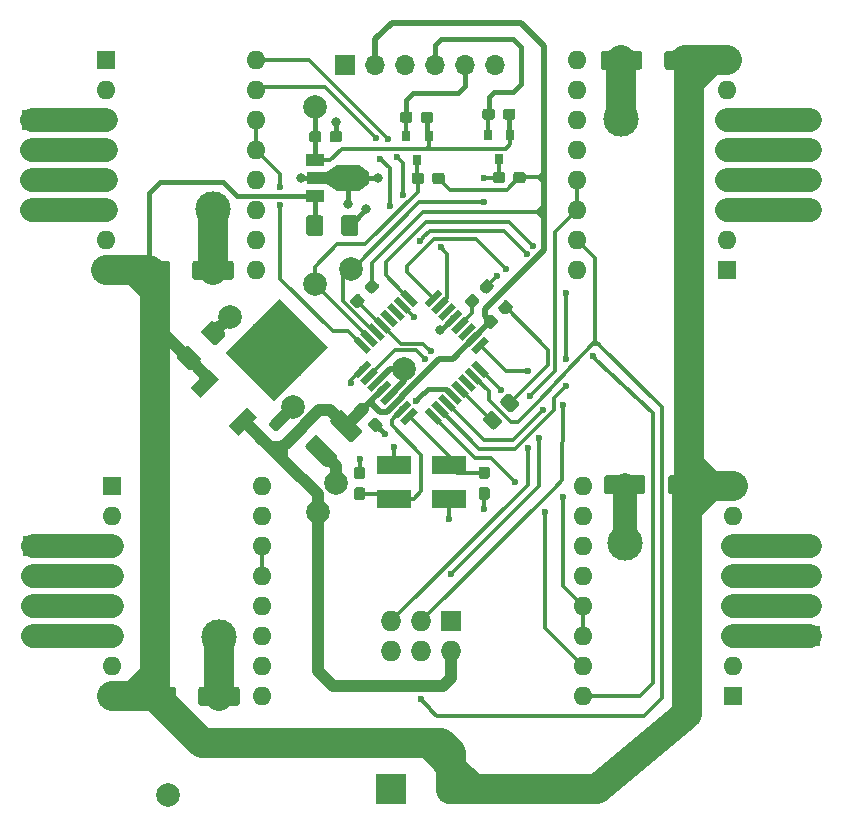
<source format=gbr>
G04 #@! TF.GenerationSoftware,KiCad,Pcbnew,5.1.4+dfsg1-1*
G04 #@! TF.CreationDate,2019-10-01T15:35:31+02:00*
G04 #@! TF.ProjectId,rover-pcb,726f7665-722d-4706-9362-2e6b69636164,1*
G04 #@! TF.SameCoordinates,Original*
G04 #@! TF.FileFunction,Copper,L1,Top*
G04 #@! TF.FilePolarity,Positive*
%FSLAX46Y46*%
G04 Gerber Fmt 4.6, Leading zero omitted, Abs format (unit mm)*
G04 Created by KiCad (PCBNEW 5.1.4+dfsg1-1) date 2019-10-01 15:35:31*
%MOMM*%
%LPD*%
G04 APERTURE LIST*
%ADD10O,1.700000X1.700000*%
%ADD11R,1.700000X1.700000*%
%ADD12C,1.000000*%
%ADD13C,0.100000*%
%ADD14R,1.840000X2.200000*%
%ADD15R,1.500000X1.000000*%
%ADD16R,1.800000X1.000000*%
%ADD17C,0.850000*%
%ADD18C,2.000000*%
%ADD19C,0.550000*%
%ADD20R,2.850000X1.650000*%
%ADD21C,5.800000*%
%ADD22C,1.200000*%
%ADD23C,0.950000*%
%ADD24R,0.800000X0.900000*%
%ADD25C,2.600000*%
%ADD26R,2.600000X2.600000*%
%ADD27C,1.150000*%
%ADD28C,1.425000*%
%ADD29C,1.600000*%
%ADD30O,1.600000X1.600000*%
%ADD31R,1.600000X1.600000*%
%ADD32O,1.727200X1.727200*%
%ADD33R,1.727200X1.727200*%
%ADD34C,0.600000*%
%ADD35C,0.800000*%
%ADD36C,3.000000*%
%ADD37C,0.300000*%
%ADD38C,2.500000*%
%ADD39C,0.400000*%
%ADD40C,1.000000*%
%ADD41C,0.550000*%
%ADD42C,2.000000*%
G04 APERTURE END LIST*
D10*
X172339000Y-70358000D03*
X169799000Y-70358000D03*
X167259000Y-70358000D03*
X164719000Y-70358000D03*
X162179000Y-70358000D03*
D11*
X159639000Y-70358000D03*
D12*
X158452000Y-79932400D03*
D13*
G36*
X158952000Y-81032400D02*
G01*
X157952000Y-80332400D01*
X157952000Y-79532400D01*
X158952000Y-78832400D01*
X158952000Y-81032400D01*
X158952000Y-81032400D01*
G37*
D14*
X159861700Y-79932400D03*
D15*
X157048200Y-81432400D03*
D16*
X157194700Y-79932400D03*
D15*
X157048200Y-78432400D03*
D17*
X161195200Y-79932400D03*
D13*
G36*
X160770200Y-78832400D02*
G01*
X161620200Y-79432400D01*
X161620200Y-80432400D01*
X160770200Y-81032400D01*
X160770200Y-78832400D01*
X160770200Y-78832400D01*
G37*
D18*
X160083000Y-87607000D03*
D19*
X161066897Y-94074695D03*
D13*
G36*
X161827037Y-94445926D02*
G01*
X161438128Y-94834835D01*
X160306757Y-93703464D01*
X160695666Y-93314555D01*
X161827037Y-94445926D01*
X161827037Y-94445926D01*
G37*
D19*
X161632583Y-93509010D03*
D13*
G36*
X162392723Y-93880241D02*
G01*
X162003814Y-94269150D01*
X160872443Y-93137779D01*
X161261352Y-92748870D01*
X162392723Y-93880241D01*
X162392723Y-93880241D01*
G37*
D19*
X162198268Y-92943324D03*
D13*
G36*
X162958408Y-93314555D02*
G01*
X162569499Y-93703464D01*
X161438128Y-92572093D01*
X161827037Y-92183184D01*
X162958408Y-93314555D01*
X162958408Y-93314555D01*
G37*
D19*
X162763953Y-92377639D03*
D13*
G36*
X163524093Y-92748870D02*
G01*
X163135184Y-93137779D01*
X162003813Y-92006408D01*
X162392722Y-91617499D01*
X163524093Y-92748870D01*
X163524093Y-92748870D01*
G37*
D19*
X163329639Y-91811953D03*
D13*
G36*
X164089779Y-92183184D02*
G01*
X163700870Y-92572093D01*
X162569499Y-91440722D01*
X162958408Y-91051813D01*
X164089779Y-92183184D01*
X164089779Y-92183184D01*
G37*
D19*
X163895324Y-91246268D03*
D13*
G36*
X164655464Y-91617499D02*
G01*
X164266555Y-92006408D01*
X163135184Y-90875037D01*
X163524093Y-90486128D01*
X164655464Y-91617499D01*
X164655464Y-91617499D01*
G37*
D19*
X164461010Y-90680583D03*
D13*
G36*
X165221150Y-91051814D02*
G01*
X164832241Y-91440723D01*
X163700870Y-90309352D01*
X164089779Y-89920443D01*
X165221150Y-91051814D01*
X165221150Y-91051814D01*
G37*
D19*
X165026695Y-90114897D03*
D13*
G36*
X165786835Y-90486128D02*
G01*
X165397926Y-90875037D01*
X164266555Y-89743666D01*
X164655464Y-89354757D01*
X165786835Y-90486128D01*
X165786835Y-90486128D01*
G37*
D19*
X167077305Y-90114897D03*
D13*
G36*
X166706074Y-90875037D02*
G01*
X166317165Y-90486128D01*
X167448536Y-89354757D01*
X167837445Y-89743666D01*
X166706074Y-90875037D01*
X166706074Y-90875037D01*
G37*
D19*
X167642990Y-90680583D03*
D13*
G36*
X167271759Y-91440723D02*
G01*
X166882850Y-91051814D01*
X168014221Y-89920443D01*
X168403130Y-90309352D01*
X167271759Y-91440723D01*
X167271759Y-91440723D01*
G37*
D19*
X168208676Y-91246268D03*
D13*
G36*
X167837445Y-92006408D02*
G01*
X167448536Y-91617499D01*
X168579907Y-90486128D01*
X168968816Y-90875037D01*
X167837445Y-92006408D01*
X167837445Y-92006408D01*
G37*
D19*
X168774361Y-91811953D03*
D13*
G36*
X168403130Y-92572093D02*
G01*
X168014221Y-92183184D01*
X169145592Y-91051813D01*
X169534501Y-91440722D01*
X168403130Y-92572093D01*
X168403130Y-92572093D01*
G37*
D19*
X169340047Y-92377639D03*
D13*
G36*
X168968816Y-93137779D02*
G01*
X168579907Y-92748870D01*
X169711278Y-91617499D01*
X170100187Y-92006408D01*
X168968816Y-93137779D01*
X168968816Y-93137779D01*
G37*
D19*
X169905732Y-92943324D03*
D13*
G36*
X169534501Y-93703464D02*
G01*
X169145592Y-93314555D01*
X170276963Y-92183184D01*
X170665872Y-92572093D01*
X169534501Y-93703464D01*
X169534501Y-93703464D01*
G37*
D19*
X170471417Y-93509010D03*
D13*
G36*
X170100186Y-94269150D02*
G01*
X169711277Y-93880241D01*
X170842648Y-92748870D01*
X171231557Y-93137779D01*
X170100186Y-94269150D01*
X170100186Y-94269150D01*
G37*
D19*
X171037103Y-94074695D03*
D13*
G36*
X170665872Y-94834835D02*
G01*
X170276963Y-94445926D01*
X171408334Y-93314555D01*
X171797243Y-93703464D01*
X170665872Y-94834835D01*
X170665872Y-94834835D01*
G37*
D19*
X171037103Y-96125305D03*
D13*
G36*
X171797243Y-96496536D02*
G01*
X171408334Y-96885445D01*
X170276963Y-95754074D01*
X170665872Y-95365165D01*
X171797243Y-96496536D01*
X171797243Y-96496536D01*
G37*
D19*
X170471417Y-96690990D03*
D13*
G36*
X171231557Y-97062221D02*
G01*
X170842648Y-97451130D01*
X169711277Y-96319759D01*
X170100186Y-95930850D01*
X171231557Y-97062221D01*
X171231557Y-97062221D01*
G37*
D19*
X169905732Y-97256676D03*
D13*
G36*
X170665872Y-97627907D02*
G01*
X170276963Y-98016816D01*
X169145592Y-96885445D01*
X169534501Y-96496536D01*
X170665872Y-97627907D01*
X170665872Y-97627907D01*
G37*
D19*
X169340047Y-97822361D03*
D13*
G36*
X170100187Y-98193592D02*
G01*
X169711278Y-98582501D01*
X168579907Y-97451130D01*
X168968816Y-97062221D01*
X170100187Y-98193592D01*
X170100187Y-98193592D01*
G37*
D19*
X168774361Y-98388047D03*
D13*
G36*
X169534501Y-98759278D02*
G01*
X169145592Y-99148187D01*
X168014221Y-98016816D01*
X168403130Y-97627907D01*
X169534501Y-98759278D01*
X169534501Y-98759278D01*
G37*
D19*
X168208676Y-98953732D03*
D13*
G36*
X168968816Y-99324963D02*
G01*
X168579907Y-99713872D01*
X167448536Y-98582501D01*
X167837445Y-98193592D01*
X168968816Y-99324963D01*
X168968816Y-99324963D01*
G37*
D19*
X167642990Y-99519417D03*
D13*
G36*
X168403130Y-99890648D02*
G01*
X168014221Y-100279557D01*
X166882850Y-99148186D01*
X167271759Y-98759277D01*
X168403130Y-99890648D01*
X168403130Y-99890648D01*
G37*
D19*
X167077305Y-100085103D03*
D13*
G36*
X167837445Y-100456334D02*
G01*
X167448536Y-100845243D01*
X166317165Y-99713872D01*
X166706074Y-99324963D01*
X167837445Y-100456334D01*
X167837445Y-100456334D01*
G37*
D19*
X165026695Y-100085103D03*
D13*
G36*
X164655464Y-100845243D02*
G01*
X164266555Y-100456334D01*
X165397926Y-99324963D01*
X165786835Y-99713872D01*
X164655464Y-100845243D01*
X164655464Y-100845243D01*
G37*
D19*
X164461010Y-99519417D03*
D13*
G36*
X164089779Y-100279557D02*
G01*
X163700870Y-99890648D01*
X164832241Y-98759277D01*
X165221150Y-99148186D01*
X164089779Y-100279557D01*
X164089779Y-100279557D01*
G37*
D19*
X163895324Y-98953732D03*
D13*
G36*
X163524093Y-99713872D02*
G01*
X163135184Y-99324963D01*
X164266555Y-98193592D01*
X164655464Y-98582501D01*
X163524093Y-99713872D01*
X163524093Y-99713872D01*
G37*
D19*
X163329639Y-98388047D03*
D13*
G36*
X162958408Y-99148187D02*
G01*
X162569499Y-98759278D01*
X163700870Y-97627907D01*
X164089779Y-98016816D01*
X162958408Y-99148187D01*
X162958408Y-99148187D01*
G37*
D19*
X162763953Y-97822361D03*
D13*
G36*
X162392722Y-98582501D02*
G01*
X162003813Y-98193592D01*
X163135184Y-97062221D01*
X163524093Y-97451130D01*
X162392722Y-98582501D01*
X162392722Y-98582501D01*
G37*
D19*
X162198268Y-97256676D03*
D13*
G36*
X161827037Y-98016816D02*
G01*
X161438128Y-97627907D01*
X162569499Y-96496536D01*
X162958408Y-96885445D01*
X161827037Y-98016816D01*
X161827037Y-98016816D01*
G37*
D19*
X161632583Y-96690990D03*
D13*
G36*
X161261352Y-97451130D02*
G01*
X160872443Y-97062221D01*
X162003814Y-95930850D01*
X162392723Y-96319759D01*
X161261352Y-97451130D01*
X161261352Y-97451130D01*
G37*
D19*
X161066897Y-96125305D03*
D13*
G36*
X160695666Y-96885445D02*
G01*
X160306757Y-96496536D01*
X161438128Y-95365165D01*
X161827037Y-95754074D01*
X160695666Y-96885445D01*
X160695666Y-96885445D01*
G37*
D18*
X144653000Y-132207000D03*
X157035000Y-88877000D03*
X157289000Y-108181000D03*
X157035000Y-73891000D03*
D20*
X163766000Y-104244000D03*
X168416000Y-104244000D03*
X168416000Y-107094000D03*
X163766000Y-107094000D03*
D21*
X153839066Y-94488259D03*
D13*
G36*
X153626934Y-98801610D02*
G01*
X149525715Y-94700391D01*
X154051198Y-90174908D01*
X158152417Y-94276127D01*
X153626934Y-98801610D01*
X153626934Y-98801610D01*
G37*
D22*
X150996497Y-100555235D03*
D13*
G36*
X150642944Y-101757317D02*
G01*
X149794415Y-100908788D01*
X151350050Y-99353153D01*
X152198579Y-100201682D01*
X150642944Y-101757317D01*
X150642944Y-101757317D01*
G37*
D22*
X147772090Y-97330828D03*
D13*
G36*
X147418537Y-98532910D02*
G01*
X146570008Y-97684381D01*
X148125643Y-96128746D01*
X148974172Y-96977275D01*
X147418537Y-98532910D01*
X147418537Y-98532910D01*
G37*
G36*
X166856779Y-74306144D02*
G01*
X166879834Y-74309563D01*
X166902443Y-74315227D01*
X166924387Y-74323079D01*
X166945457Y-74333044D01*
X166965448Y-74345026D01*
X166984168Y-74358910D01*
X167001438Y-74374562D01*
X167017090Y-74391832D01*
X167030974Y-74410552D01*
X167042956Y-74430543D01*
X167052921Y-74451613D01*
X167060773Y-74473557D01*
X167066437Y-74496166D01*
X167069856Y-74519221D01*
X167071000Y-74542500D01*
X167071000Y-75017500D01*
X167069856Y-75040779D01*
X167066437Y-75063834D01*
X167060773Y-75086443D01*
X167052921Y-75108387D01*
X167042956Y-75129457D01*
X167030974Y-75149448D01*
X167017090Y-75168168D01*
X167001438Y-75185438D01*
X166984168Y-75201090D01*
X166965448Y-75214974D01*
X166945457Y-75226956D01*
X166924387Y-75236921D01*
X166902443Y-75244773D01*
X166879834Y-75250437D01*
X166856779Y-75253856D01*
X166833500Y-75255000D01*
X166258500Y-75255000D01*
X166235221Y-75253856D01*
X166212166Y-75250437D01*
X166189557Y-75244773D01*
X166167613Y-75236921D01*
X166146543Y-75226956D01*
X166126552Y-75214974D01*
X166107832Y-75201090D01*
X166090562Y-75185438D01*
X166074910Y-75168168D01*
X166061026Y-75149448D01*
X166049044Y-75129457D01*
X166039079Y-75108387D01*
X166031227Y-75086443D01*
X166025563Y-75063834D01*
X166022144Y-75040779D01*
X166021000Y-75017500D01*
X166021000Y-74542500D01*
X166022144Y-74519221D01*
X166025563Y-74496166D01*
X166031227Y-74473557D01*
X166039079Y-74451613D01*
X166049044Y-74430543D01*
X166061026Y-74410552D01*
X166074910Y-74391832D01*
X166090562Y-74374562D01*
X166107832Y-74358910D01*
X166126552Y-74345026D01*
X166146543Y-74333044D01*
X166167613Y-74323079D01*
X166189557Y-74315227D01*
X166212166Y-74309563D01*
X166235221Y-74306144D01*
X166258500Y-74305000D01*
X166833500Y-74305000D01*
X166856779Y-74306144D01*
X166856779Y-74306144D01*
G37*
D23*
X166546000Y-74780000D03*
D13*
G36*
X165106779Y-74306144D02*
G01*
X165129834Y-74309563D01*
X165152443Y-74315227D01*
X165174387Y-74323079D01*
X165195457Y-74333044D01*
X165215448Y-74345026D01*
X165234168Y-74358910D01*
X165251438Y-74374562D01*
X165267090Y-74391832D01*
X165280974Y-74410552D01*
X165292956Y-74430543D01*
X165302921Y-74451613D01*
X165310773Y-74473557D01*
X165316437Y-74496166D01*
X165319856Y-74519221D01*
X165321000Y-74542500D01*
X165321000Y-75017500D01*
X165319856Y-75040779D01*
X165316437Y-75063834D01*
X165310773Y-75086443D01*
X165302921Y-75108387D01*
X165292956Y-75129457D01*
X165280974Y-75149448D01*
X165267090Y-75168168D01*
X165251438Y-75185438D01*
X165234168Y-75201090D01*
X165215448Y-75214974D01*
X165195457Y-75226956D01*
X165174387Y-75236921D01*
X165152443Y-75244773D01*
X165129834Y-75250437D01*
X165106779Y-75253856D01*
X165083500Y-75255000D01*
X164508500Y-75255000D01*
X164485221Y-75253856D01*
X164462166Y-75250437D01*
X164439557Y-75244773D01*
X164417613Y-75236921D01*
X164396543Y-75226956D01*
X164376552Y-75214974D01*
X164357832Y-75201090D01*
X164340562Y-75185438D01*
X164324910Y-75168168D01*
X164311026Y-75149448D01*
X164299044Y-75129457D01*
X164289079Y-75108387D01*
X164281227Y-75086443D01*
X164275563Y-75063834D01*
X164272144Y-75040779D01*
X164271000Y-75017500D01*
X164271000Y-74542500D01*
X164272144Y-74519221D01*
X164275563Y-74496166D01*
X164281227Y-74473557D01*
X164289079Y-74451613D01*
X164299044Y-74430543D01*
X164311026Y-74410552D01*
X164324910Y-74391832D01*
X164340562Y-74374562D01*
X164357832Y-74358910D01*
X164376552Y-74345026D01*
X164396543Y-74333044D01*
X164417613Y-74323079D01*
X164439557Y-74315227D01*
X164462166Y-74309563D01*
X164485221Y-74306144D01*
X164508500Y-74305000D01*
X165083500Y-74305000D01*
X165106779Y-74306144D01*
X165106779Y-74306144D01*
G37*
D23*
X164796000Y-74780000D03*
D13*
G36*
X173827779Y-74052144D02*
G01*
X173850834Y-74055563D01*
X173873443Y-74061227D01*
X173895387Y-74069079D01*
X173916457Y-74079044D01*
X173936448Y-74091026D01*
X173955168Y-74104910D01*
X173972438Y-74120562D01*
X173988090Y-74137832D01*
X174001974Y-74156552D01*
X174013956Y-74176543D01*
X174023921Y-74197613D01*
X174031773Y-74219557D01*
X174037437Y-74242166D01*
X174040856Y-74265221D01*
X174042000Y-74288500D01*
X174042000Y-74763500D01*
X174040856Y-74786779D01*
X174037437Y-74809834D01*
X174031773Y-74832443D01*
X174023921Y-74854387D01*
X174013956Y-74875457D01*
X174001974Y-74895448D01*
X173988090Y-74914168D01*
X173972438Y-74931438D01*
X173955168Y-74947090D01*
X173936448Y-74960974D01*
X173916457Y-74972956D01*
X173895387Y-74982921D01*
X173873443Y-74990773D01*
X173850834Y-74996437D01*
X173827779Y-74999856D01*
X173804500Y-75001000D01*
X173229500Y-75001000D01*
X173206221Y-74999856D01*
X173183166Y-74996437D01*
X173160557Y-74990773D01*
X173138613Y-74982921D01*
X173117543Y-74972956D01*
X173097552Y-74960974D01*
X173078832Y-74947090D01*
X173061562Y-74931438D01*
X173045910Y-74914168D01*
X173032026Y-74895448D01*
X173020044Y-74875457D01*
X173010079Y-74854387D01*
X173002227Y-74832443D01*
X172996563Y-74809834D01*
X172993144Y-74786779D01*
X172992000Y-74763500D01*
X172992000Y-74288500D01*
X172993144Y-74265221D01*
X172996563Y-74242166D01*
X173002227Y-74219557D01*
X173010079Y-74197613D01*
X173020044Y-74176543D01*
X173032026Y-74156552D01*
X173045910Y-74137832D01*
X173061562Y-74120562D01*
X173078832Y-74104910D01*
X173097552Y-74091026D01*
X173117543Y-74079044D01*
X173138613Y-74069079D01*
X173160557Y-74061227D01*
X173183166Y-74055563D01*
X173206221Y-74052144D01*
X173229500Y-74051000D01*
X173804500Y-74051000D01*
X173827779Y-74052144D01*
X173827779Y-74052144D01*
G37*
D23*
X173517000Y-74526000D03*
D13*
G36*
X172077779Y-74052144D02*
G01*
X172100834Y-74055563D01*
X172123443Y-74061227D01*
X172145387Y-74069079D01*
X172166457Y-74079044D01*
X172186448Y-74091026D01*
X172205168Y-74104910D01*
X172222438Y-74120562D01*
X172238090Y-74137832D01*
X172251974Y-74156552D01*
X172263956Y-74176543D01*
X172273921Y-74197613D01*
X172281773Y-74219557D01*
X172287437Y-74242166D01*
X172290856Y-74265221D01*
X172292000Y-74288500D01*
X172292000Y-74763500D01*
X172290856Y-74786779D01*
X172287437Y-74809834D01*
X172281773Y-74832443D01*
X172273921Y-74854387D01*
X172263956Y-74875457D01*
X172251974Y-74895448D01*
X172238090Y-74914168D01*
X172222438Y-74931438D01*
X172205168Y-74947090D01*
X172186448Y-74960974D01*
X172166457Y-74972956D01*
X172145387Y-74982921D01*
X172123443Y-74990773D01*
X172100834Y-74996437D01*
X172077779Y-74999856D01*
X172054500Y-75001000D01*
X171479500Y-75001000D01*
X171456221Y-74999856D01*
X171433166Y-74996437D01*
X171410557Y-74990773D01*
X171388613Y-74982921D01*
X171367543Y-74972956D01*
X171347552Y-74960974D01*
X171328832Y-74947090D01*
X171311562Y-74931438D01*
X171295910Y-74914168D01*
X171282026Y-74895448D01*
X171270044Y-74875457D01*
X171260079Y-74854387D01*
X171252227Y-74832443D01*
X171246563Y-74809834D01*
X171243144Y-74786779D01*
X171242000Y-74763500D01*
X171242000Y-74288500D01*
X171243144Y-74265221D01*
X171246563Y-74242166D01*
X171252227Y-74219557D01*
X171260079Y-74197613D01*
X171270044Y-74176543D01*
X171282026Y-74156552D01*
X171295910Y-74137832D01*
X171311562Y-74120562D01*
X171328832Y-74104910D01*
X171347552Y-74091026D01*
X171367543Y-74079044D01*
X171388613Y-74069079D01*
X171410557Y-74061227D01*
X171433166Y-74055563D01*
X171456221Y-74052144D01*
X171479500Y-74051000D01*
X172054500Y-74051000D01*
X172077779Y-74052144D01*
X172077779Y-74052144D01*
G37*
D23*
X171767000Y-74526000D03*
D13*
G36*
X167823779Y-79472644D02*
G01*
X167846834Y-79476063D01*
X167869443Y-79481727D01*
X167891387Y-79489579D01*
X167912457Y-79499544D01*
X167932448Y-79511526D01*
X167951168Y-79525410D01*
X167968438Y-79541062D01*
X167984090Y-79558332D01*
X167997974Y-79577052D01*
X168009956Y-79597043D01*
X168019921Y-79618113D01*
X168027773Y-79640057D01*
X168033437Y-79662666D01*
X168036856Y-79685721D01*
X168038000Y-79709000D01*
X168038000Y-80184000D01*
X168036856Y-80207279D01*
X168033437Y-80230334D01*
X168027773Y-80252943D01*
X168019921Y-80274887D01*
X168009956Y-80295957D01*
X167997974Y-80315948D01*
X167984090Y-80334668D01*
X167968438Y-80351938D01*
X167951168Y-80367590D01*
X167932448Y-80381474D01*
X167912457Y-80393456D01*
X167891387Y-80403421D01*
X167869443Y-80411273D01*
X167846834Y-80416937D01*
X167823779Y-80420356D01*
X167800500Y-80421500D01*
X167225500Y-80421500D01*
X167202221Y-80420356D01*
X167179166Y-80416937D01*
X167156557Y-80411273D01*
X167134613Y-80403421D01*
X167113543Y-80393456D01*
X167093552Y-80381474D01*
X167074832Y-80367590D01*
X167057562Y-80351938D01*
X167041910Y-80334668D01*
X167028026Y-80315948D01*
X167016044Y-80295957D01*
X167006079Y-80274887D01*
X166998227Y-80252943D01*
X166992563Y-80230334D01*
X166989144Y-80207279D01*
X166988000Y-80184000D01*
X166988000Y-79709000D01*
X166989144Y-79685721D01*
X166992563Y-79662666D01*
X166998227Y-79640057D01*
X167006079Y-79618113D01*
X167016044Y-79597043D01*
X167028026Y-79577052D01*
X167041910Y-79558332D01*
X167057562Y-79541062D01*
X167074832Y-79525410D01*
X167093552Y-79511526D01*
X167113543Y-79499544D01*
X167134613Y-79489579D01*
X167156557Y-79481727D01*
X167179166Y-79476063D01*
X167202221Y-79472644D01*
X167225500Y-79471500D01*
X167800500Y-79471500D01*
X167823779Y-79472644D01*
X167823779Y-79472644D01*
G37*
D23*
X167513000Y-79946500D03*
D13*
G36*
X166073779Y-79472644D02*
G01*
X166096834Y-79476063D01*
X166119443Y-79481727D01*
X166141387Y-79489579D01*
X166162457Y-79499544D01*
X166182448Y-79511526D01*
X166201168Y-79525410D01*
X166218438Y-79541062D01*
X166234090Y-79558332D01*
X166247974Y-79577052D01*
X166259956Y-79597043D01*
X166269921Y-79618113D01*
X166277773Y-79640057D01*
X166283437Y-79662666D01*
X166286856Y-79685721D01*
X166288000Y-79709000D01*
X166288000Y-80184000D01*
X166286856Y-80207279D01*
X166283437Y-80230334D01*
X166277773Y-80252943D01*
X166269921Y-80274887D01*
X166259956Y-80295957D01*
X166247974Y-80315948D01*
X166234090Y-80334668D01*
X166218438Y-80351938D01*
X166201168Y-80367590D01*
X166182448Y-80381474D01*
X166162457Y-80393456D01*
X166141387Y-80403421D01*
X166119443Y-80411273D01*
X166096834Y-80416937D01*
X166073779Y-80420356D01*
X166050500Y-80421500D01*
X165475500Y-80421500D01*
X165452221Y-80420356D01*
X165429166Y-80416937D01*
X165406557Y-80411273D01*
X165384613Y-80403421D01*
X165363543Y-80393456D01*
X165343552Y-80381474D01*
X165324832Y-80367590D01*
X165307562Y-80351938D01*
X165291910Y-80334668D01*
X165278026Y-80315948D01*
X165266044Y-80295957D01*
X165256079Y-80274887D01*
X165248227Y-80252943D01*
X165242563Y-80230334D01*
X165239144Y-80207279D01*
X165238000Y-80184000D01*
X165238000Y-79709000D01*
X165239144Y-79685721D01*
X165242563Y-79662666D01*
X165248227Y-79640057D01*
X165256079Y-79618113D01*
X165266044Y-79597043D01*
X165278026Y-79577052D01*
X165291910Y-79558332D01*
X165307562Y-79541062D01*
X165324832Y-79525410D01*
X165343552Y-79511526D01*
X165363543Y-79499544D01*
X165384613Y-79489579D01*
X165406557Y-79481727D01*
X165429166Y-79476063D01*
X165452221Y-79472644D01*
X165475500Y-79471500D01*
X166050500Y-79471500D01*
X166073779Y-79472644D01*
X166073779Y-79472644D01*
G37*
D23*
X165763000Y-79946500D03*
D13*
G36*
X174681779Y-79409144D02*
G01*
X174704834Y-79412563D01*
X174727443Y-79418227D01*
X174749387Y-79426079D01*
X174770457Y-79436044D01*
X174790448Y-79448026D01*
X174809168Y-79461910D01*
X174826438Y-79477562D01*
X174842090Y-79494832D01*
X174855974Y-79513552D01*
X174867956Y-79533543D01*
X174877921Y-79554613D01*
X174885773Y-79576557D01*
X174891437Y-79599166D01*
X174894856Y-79622221D01*
X174896000Y-79645500D01*
X174896000Y-80120500D01*
X174894856Y-80143779D01*
X174891437Y-80166834D01*
X174885773Y-80189443D01*
X174877921Y-80211387D01*
X174867956Y-80232457D01*
X174855974Y-80252448D01*
X174842090Y-80271168D01*
X174826438Y-80288438D01*
X174809168Y-80304090D01*
X174790448Y-80317974D01*
X174770457Y-80329956D01*
X174749387Y-80339921D01*
X174727443Y-80347773D01*
X174704834Y-80353437D01*
X174681779Y-80356856D01*
X174658500Y-80358000D01*
X174083500Y-80358000D01*
X174060221Y-80356856D01*
X174037166Y-80353437D01*
X174014557Y-80347773D01*
X173992613Y-80339921D01*
X173971543Y-80329956D01*
X173951552Y-80317974D01*
X173932832Y-80304090D01*
X173915562Y-80288438D01*
X173899910Y-80271168D01*
X173886026Y-80252448D01*
X173874044Y-80232457D01*
X173864079Y-80211387D01*
X173856227Y-80189443D01*
X173850563Y-80166834D01*
X173847144Y-80143779D01*
X173846000Y-80120500D01*
X173846000Y-79645500D01*
X173847144Y-79622221D01*
X173850563Y-79599166D01*
X173856227Y-79576557D01*
X173864079Y-79554613D01*
X173874044Y-79533543D01*
X173886026Y-79513552D01*
X173899910Y-79494832D01*
X173915562Y-79477562D01*
X173932832Y-79461910D01*
X173951552Y-79448026D01*
X173971543Y-79436044D01*
X173992613Y-79426079D01*
X174014557Y-79418227D01*
X174037166Y-79412563D01*
X174060221Y-79409144D01*
X174083500Y-79408000D01*
X174658500Y-79408000D01*
X174681779Y-79409144D01*
X174681779Y-79409144D01*
G37*
D23*
X174371000Y-79883000D03*
D13*
G36*
X172931779Y-79409144D02*
G01*
X172954834Y-79412563D01*
X172977443Y-79418227D01*
X172999387Y-79426079D01*
X173020457Y-79436044D01*
X173040448Y-79448026D01*
X173059168Y-79461910D01*
X173076438Y-79477562D01*
X173092090Y-79494832D01*
X173105974Y-79513552D01*
X173117956Y-79533543D01*
X173127921Y-79554613D01*
X173135773Y-79576557D01*
X173141437Y-79599166D01*
X173144856Y-79622221D01*
X173146000Y-79645500D01*
X173146000Y-80120500D01*
X173144856Y-80143779D01*
X173141437Y-80166834D01*
X173135773Y-80189443D01*
X173127921Y-80211387D01*
X173117956Y-80232457D01*
X173105974Y-80252448D01*
X173092090Y-80271168D01*
X173076438Y-80288438D01*
X173059168Y-80304090D01*
X173040448Y-80317974D01*
X173020457Y-80329956D01*
X172999387Y-80339921D01*
X172977443Y-80347773D01*
X172954834Y-80353437D01*
X172931779Y-80356856D01*
X172908500Y-80358000D01*
X172333500Y-80358000D01*
X172310221Y-80356856D01*
X172287166Y-80353437D01*
X172264557Y-80347773D01*
X172242613Y-80339921D01*
X172221543Y-80329956D01*
X172201552Y-80317974D01*
X172182832Y-80304090D01*
X172165562Y-80288438D01*
X172149910Y-80271168D01*
X172136026Y-80252448D01*
X172124044Y-80232457D01*
X172114079Y-80211387D01*
X172106227Y-80189443D01*
X172100563Y-80166834D01*
X172097144Y-80143779D01*
X172096000Y-80120500D01*
X172096000Y-79645500D01*
X172097144Y-79622221D01*
X172100563Y-79599166D01*
X172106227Y-79576557D01*
X172114079Y-79554613D01*
X172124044Y-79533543D01*
X172136026Y-79513552D01*
X172149910Y-79494832D01*
X172165562Y-79477562D01*
X172182832Y-79461910D01*
X172201552Y-79448026D01*
X172221543Y-79436044D01*
X172242613Y-79426079D01*
X172264557Y-79418227D01*
X172287166Y-79412563D01*
X172310221Y-79409144D01*
X172333500Y-79408000D01*
X172908500Y-79408000D01*
X172931779Y-79409144D01*
X172931779Y-79409144D01*
G37*
D23*
X172621000Y-79883000D03*
D13*
G36*
X172018416Y-91491631D02*
G01*
X172041471Y-91495050D01*
X172064080Y-91500714D01*
X172086024Y-91508566D01*
X172107094Y-91518531D01*
X172127085Y-91530513D01*
X172145805Y-91544397D01*
X172163075Y-91560049D01*
X172498951Y-91895925D01*
X172514603Y-91913195D01*
X172528487Y-91931915D01*
X172540469Y-91951906D01*
X172550434Y-91972976D01*
X172558286Y-91994920D01*
X172563950Y-92017529D01*
X172567369Y-92040584D01*
X172568513Y-92063863D01*
X172567369Y-92087142D01*
X172563950Y-92110197D01*
X172558286Y-92132806D01*
X172550434Y-92154750D01*
X172540469Y-92175820D01*
X172528487Y-92195811D01*
X172514603Y-92214531D01*
X172498951Y-92231801D01*
X172092365Y-92638387D01*
X172075095Y-92654039D01*
X172056375Y-92667923D01*
X172036384Y-92679905D01*
X172015314Y-92689870D01*
X171993370Y-92697722D01*
X171970761Y-92703386D01*
X171947706Y-92706805D01*
X171924427Y-92707949D01*
X171901148Y-92706805D01*
X171878093Y-92703386D01*
X171855484Y-92697722D01*
X171833540Y-92689870D01*
X171812470Y-92679905D01*
X171792479Y-92667923D01*
X171773759Y-92654039D01*
X171756489Y-92638387D01*
X171420613Y-92302511D01*
X171404961Y-92285241D01*
X171391077Y-92266521D01*
X171379095Y-92246530D01*
X171369130Y-92225460D01*
X171361278Y-92203516D01*
X171355614Y-92180907D01*
X171352195Y-92157852D01*
X171351051Y-92134573D01*
X171352195Y-92111294D01*
X171355614Y-92088239D01*
X171361278Y-92065630D01*
X171369130Y-92043686D01*
X171379095Y-92022616D01*
X171391077Y-92002625D01*
X171404961Y-91983905D01*
X171420613Y-91966635D01*
X171827199Y-91560049D01*
X171844469Y-91544397D01*
X171863189Y-91530513D01*
X171883180Y-91518531D01*
X171904250Y-91508566D01*
X171926194Y-91500714D01*
X171948803Y-91495050D01*
X171971858Y-91491631D01*
X171995137Y-91490487D01*
X172018416Y-91491631D01*
X172018416Y-91491631D01*
G37*
D23*
X171959782Y-92099218D03*
D13*
G36*
X173255852Y-90254195D02*
G01*
X173278907Y-90257614D01*
X173301516Y-90263278D01*
X173323460Y-90271130D01*
X173344530Y-90281095D01*
X173364521Y-90293077D01*
X173383241Y-90306961D01*
X173400511Y-90322613D01*
X173736387Y-90658489D01*
X173752039Y-90675759D01*
X173765923Y-90694479D01*
X173777905Y-90714470D01*
X173787870Y-90735540D01*
X173795722Y-90757484D01*
X173801386Y-90780093D01*
X173804805Y-90803148D01*
X173805949Y-90826427D01*
X173804805Y-90849706D01*
X173801386Y-90872761D01*
X173795722Y-90895370D01*
X173787870Y-90917314D01*
X173777905Y-90938384D01*
X173765923Y-90958375D01*
X173752039Y-90977095D01*
X173736387Y-90994365D01*
X173329801Y-91400951D01*
X173312531Y-91416603D01*
X173293811Y-91430487D01*
X173273820Y-91442469D01*
X173252750Y-91452434D01*
X173230806Y-91460286D01*
X173208197Y-91465950D01*
X173185142Y-91469369D01*
X173161863Y-91470513D01*
X173138584Y-91469369D01*
X173115529Y-91465950D01*
X173092920Y-91460286D01*
X173070976Y-91452434D01*
X173049906Y-91442469D01*
X173029915Y-91430487D01*
X173011195Y-91416603D01*
X172993925Y-91400951D01*
X172658049Y-91065075D01*
X172642397Y-91047805D01*
X172628513Y-91029085D01*
X172616531Y-91009094D01*
X172606566Y-90988024D01*
X172598714Y-90966080D01*
X172593050Y-90943471D01*
X172589631Y-90920416D01*
X172588487Y-90897137D01*
X172589631Y-90873858D01*
X172593050Y-90850803D01*
X172598714Y-90828194D01*
X172606566Y-90806250D01*
X172616531Y-90785180D01*
X172628513Y-90765189D01*
X172642397Y-90746469D01*
X172658049Y-90729199D01*
X173064635Y-90322613D01*
X173081905Y-90306961D01*
X173100625Y-90293077D01*
X173120616Y-90281095D01*
X173141686Y-90271130D01*
X173163630Y-90263278D01*
X173186239Y-90257614D01*
X173209294Y-90254195D01*
X173232573Y-90253051D01*
X173255852Y-90254195D01*
X173255852Y-90254195D01*
G37*
D23*
X173197218Y-90861782D03*
D13*
G36*
X161950570Y-88492477D02*
G01*
X161973625Y-88495896D01*
X161996234Y-88501560D01*
X162018178Y-88509412D01*
X162039248Y-88519377D01*
X162059239Y-88531359D01*
X162077959Y-88545243D01*
X162095229Y-88560895D01*
X162431105Y-88896771D01*
X162446757Y-88914041D01*
X162460641Y-88932761D01*
X162472623Y-88952752D01*
X162482588Y-88973822D01*
X162490440Y-88995766D01*
X162496104Y-89018375D01*
X162499523Y-89041430D01*
X162500667Y-89064709D01*
X162499523Y-89087988D01*
X162496104Y-89111043D01*
X162490440Y-89133652D01*
X162482588Y-89155596D01*
X162472623Y-89176666D01*
X162460641Y-89196657D01*
X162446757Y-89215377D01*
X162431105Y-89232647D01*
X162024519Y-89639233D01*
X162007249Y-89654885D01*
X161988529Y-89668769D01*
X161968538Y-89680751D01*
X161947468Y-89690716D01*
X161925524Y-89698568D01*
X161902915Y-89704232D01*
X161879860Y-89707651D01*
X161856581Y-89708795D01*
X161833302Y-89707651D01*
X161810247Y-89704232D01*
X161787638Y-89698568D01*
X161765694Y-89690716D01*
X161744624Y-89680751D01*
X161724633Y-89668769D01*
X161705913Y-89654885D01*
X161688643Y-89639233D01*
X161352767Y-89303357D01*
X161337115Y-89286087D01*
X161323231Y-89267367D01*
X161311249Y-89247376D01*
X161301284Y-89226306D01*
X161293432Y-89204362D01*
X161287768Y-89181753D01*
X161284349Y-89158698D01*
X161283205Y-89135419D01*
X161284349Y-89112140D01*
X161287768Y-89089085D01*
X161293432Y-89066476D01*
X161301284Y-89044532D01*
X161311249Y-89023462D01*
X161323231Y-89003471D01*
X161337115Y-88984751D01*
X161352767Y-88967481D01*
X161759353Y-88560895D01*
X161776623Y-88545243D01*
X161795343Y-88531359D01*
X161815334Y-88519377D01*
X161836404Y-88509412D01*
X161858348Y-88501560D01*
X161880957Y-88495896D01*
X161904012Y-88492477D01*
X161927291Y-88491333D01*
X161950570Y-88492477D01*
X161950570Y-88492477D01*
G37*
D23*
X161891936Y-89100064D03*
D13*
G36*
X160713134Y-89729913D02*
G01*
X160736189Y-89733332D01*
X160758798Y-89738996D01*
X160780742Y-89746848D01*
X160801812Y-89756813D01*
X160821803Y-89768795D01*
X160840523Y-89782679D01*
X160857793Y-89798331D01*
X161193669Y-90134207D01*
X161209321Y-90151477D01*
X161223205Y-90170197D01*
X161235187Y-90190188D01*
X161245152Y-90211258D01*
X161253004Y-90233202D01*
X161258668Y-90255811D01*
X161262087Y-90278866D01*
X161263231Y-90302145D01*
X161262087Y-90325424D01*
X161258668Y-90348479D01*
X161253004Y-90371088D01*
X161245152Y-90393032D01*
X161235187Y-90414102D01*
X161223205Y-90434093D01*
X161209321Y-90452813D01*
X161193669Y-90470083D01*
X160787083Y-90876669D01*
X160769813Y-90892321D01*
X160751093Y-90906205D01*
X160731102Y-90918187D01*
X160710032Y-90928152D01*
X160688088Y-90936004D01*
X160665479Y-90941668D01*
X160642424Y-90945087D01*
X160619145Y-90946231D01*
X160595866Y-90945087D01*
X160572811Y-90941668D01*
X160550202Y-90936004D01*
X160528258Y-90928152D01*
X160507188Y-90918187D01*
X160487197Y-90906205D01*
X160468477Y-90892321D01*
X160451207Y-90876669D01*
X160115331Y-90540793D01*
X160099679Y-90523523D01*
X160085795Y-90504803D01*
X160073813Y-90484812D01*
X160063848Y-90463742D01*
X160055996Y-90441798D01*
X160050332Y-90419189D01*
X160046913Y-90396134D01*
X160045769Y-90372855D01*
X160046913Y-90349576D01*
X160050332Y-90326521D01*
X160055996Y-90303912D01*
X160063848Y-90281968D01*
X160073813Y-90260898D01*
X160085795Y-90240907D01*
X160099679Y-90222187D01*
X160115331Y-90204917D01*
X160521917Y-89798331D01*
X160539187Y-89782679D01*
X160557907Y-89768795D01*
X160577898Y-89756813D01*
X160598968Y-89746848D01*
X160620912Y-89738996D01*
X160643521Y-89733332D01*
X160666576Y-89729913D01*
X160689855Y-89728769D01*
X160713134Y-89729913D01*
X160713134Y-89729913D01*
G37*
D23*
X160654500Y-90337500D03*
D24*
X165728000Y-78383000D03*
X164778000Y-76383000D03*
X166678000Y-76383000D03*
X172656000Y-78320000D03*
X171706000Y-76320000D03*
X173606000Y-76320000D03*
D10*
X133223000Y-118722000D03*
X133223000Y-116182000D03*
X133223000Y-113642000D03*
D11*
X133223000Y-111102000D03*
D10*
X198755000Y-75034000D03*
X198755000Y-77574000D03*
X198755000Y-80114000D03*
D11*
X198755000Y-82654000D03*
D10*
X199009000Y-111102000D03*
X199009000Y-113642000D03*
X199009000Y-116182000D03*
D11*
X199009000Y-118722000D03*
D25*
X168592000Y-131676000D03*
D26*
X163512000Y-131676000D03*
D13*
G36*
X173481116Y-98176696D02*
G01*
X173505384Y-98180296D01*
X173529183Y-98186257D01*
X173552282Y-98194522D01*
X173574461Y-98205012D01*
X173595504Y-98217624D01*
X173615210Y-98232239D01*
X173633388Y-98248715D01*
X174269785Y-98885112D01*
X174286261Y-98903290D01*
X174300876Y-98922996D01*
X174313488Y-98944039D01*
X174323978Y-98966218D01*
X174332243Y-98989317D01*
X174338204Y-99013116D01*
X174341804Y-99037384D01*
X174343008Y-99061888D01*
X174341804Y-99086392D01*
X174338204Y-99110660D01*
X174332243Y-99134459D01*
X174323978Y-99157558D01*
X174313488Y-99179737D01*
X174300876Y-99200780D01*
X174286261Y-99220486D01*
X174269785Y-99238664D01*
X173810164Y-99698285D01*
X173791986Y-99714761D01*
X173772280Y-99729376D01*
X173751237Y-99741988D01*
X173729058Y-99752478D01*
X173705959Y-99760743D01*
X173682160Y-99766704D01*
X173657892Y-99770304D01*
X173633388Y-99771508D01*
X173608884Y-99770304D01*
X173584616Y-99766704D01*
X173560817Y-99760743D01*
X173537718Y-99752478D01*
X173515539Y-99741988D01*
X173494496Y-99729376D01*
X173474790Y-99714761D01*
X173456612Y-99698285D01*
X172820215Y-99061888D01*
X172803739Y-99043710D01*
X172789124Y-99024004D01*
X172776512Y-99002961D01*
X172766022Y-98980782D01*
X172757757Y-98957683D01*
X172751796Y-98933884D01*
X172748196Y-98909616D01*
X172746992Y-98885112D01*
X172748196Y-98860608D01*
X172751796Y-98836340D01*
X172757757Y-98812541D01*
X172766022Y-98789442D01*
X172776512Y-98767263D01*
X172789124Y-98746220D01*
X172803739Y-98726514D01*
X172820215Y-98708336D01*
X173279836Y-98248715D01*
X173298014Y-98232239D01*
X173317720Y-98217624D01*
X173338763Y-98205012D01*
X173360942Y-98194522D01*
X173384041Y-98186257D01*
X173407840Y-98180296D01*
X173432108Y-98176696D01*
X173456612Y-98175492D01*
X173481116Y-98176696D01*
X173481116Y-98176696D01*
G37*
D27*
X173545000Y-98973500D03*
D13*
G36*
X172031548Y-99626264D02*
G01*
X172055816Y-99629864D01*
X172079615Y-99635825D01*
X172102714Y-99644090D01*
X172124893Y-99654580D01*
X172145936Y-99667192D01*
X172165642Y-99681807D01*
X172183820Y-99698283D01*
X172820217Y-100334680D01*
X172836693Y-100352858D01*
X172851308Y-100372564D01*
X172863920Y-100393607D01*
X172874410Y-100415786D01*
X172882675Y-100438885D01*
X172888636Y-100462684D01*
X172892236Y-100486952D01*
X172893440Y-100511456D01*
X172892236Y-100535960D01*
X172888636Y-100560228D01*
X172882675Y-100584027D01*
X172874410Y-100607126D01*
X172863920Y-100629305D01*
X172851308Y-100650348D01*
X172836693Y-100670054D01*
X172820217Y-100688232D01*
X172360596Y-101147853D01*
X172342418Y-101164329D01*
X172322712Y-101178944D01*
X172301669Y-101191556D01*
X172279490Y-101202046D01*
X172256391Y-101210311D01*
X172232592Y-101216272D01*
X172208324Y-101219872D01*
X172183820Y-101221076D01*
X172159316Y-101219872D01*
X172135048Y-101216272D01*
X172111249Y-101210311D01*
X172088150Y-101202046D01*
X172065971Y-101191556D01*
X172044928Y-101178944D01*
X172025222Y-101164329D01*
X172007044Y-101147853D01*
X171370647Y-100511456D01*
X171354171Y-100493278D01*
X171339556Y-100473572D01*
X171326944Y-100452529D01*
X171316454Y-100430350D01*
X171308189Y-100407251D01*
X171302228Y-100383452D01*
X171298628Y-100359184D01*
X171297424Y-100334680D01*
X171298628Y-100310176D01*
X171302228Y-100285908D01*
X171308189Y-100262109D01*
X171316454Y-100239010D01*
X171326944Y-100216831D01*
X171339556Y-100195788D01*
X171354171Y-100176082D01*
X171370647Y-100157904D01*
X171830268Y-99698283D01*
X171848446Y-99681807D01*
X171868152Y-99667192D01*
X171889195Y-99654580D01*
X171911374Y-99644090D01*
X171934473Y-99635825D01*
X171958272Y-99629864D01*
X171982540Y-99626264D01*
X172007044Y-99625060D01*
X172031548Y-99626264D01*
X172031548Y-99626264D01*
G37*
D27*
X172095432Y-100423068D03*
D13*
G36*
X171646779Y-106105144D02*
G01*
X171669834Y-106108563D01*
X171692443Y-106114227D01*
X171714387Y-106122079D01*
X171735457Y-106132044D01*
X171755448Y-106144026D01*
X171774168Y-106157910D01*
X171791438Y-106173562D01*
X171807090Y-106190832D01*
X171820974Y-106209552D01*
X171832956Y-106229543D01*
X171842921Y-106250613D01*
X171850773Y-106272557D01*
X171856437Y-106295166D01*
X171859856Y-106318221D01*
X171861000Y-106341500D01*
X171861000Y-106916500D01*
X171859856Y-106939779D01*
X171856437Y-106962834D01*
X171850773Y-106985443D01*
X171842921Y-107007387D01*
X171832956Y-107028457D01*
X171820974Y-107048448D01*
X171807090Y-107067168D01*
X171791438Y-107084438D01*
X171774168Y-107100090D01*
X171755448Y-107113974D01*
X171735457Y-107125956D01*
X171714387Y-107135921D01*
X171692443Y-107143773D01*
X171669834Y-107149437D01*
X171646779Y-107152856D01*
X171623500Y-107154000D01*
X171148500Y-107154000D01*
X171125221Y-107152856D01*
X171102166Y-107149437D01*
X171079557Y-107143773D01*
X171057613Y-107135921D01*
X171036543Y-107125956D01*
X171016552Y-107113974D01*
X170997832Y-107100090D01*
X170980562Y-107084438D01*
X170964910Y-107067168D01*
X170951026Y-107048448D01*
X170939044Y-107028457D01*
X170929079Y-107007387D01*
X170921227Y-106985443D01*
X170915563Y-106962834D01*
X170912144Y-106939779D01*
X170911000Y-106916500D01*
X170911000Y-106341500D01*
X170912144Y-106318221D01*
X170915563Y-106295166D01*
X170921227Y-106272557D01*
X170929079Y-106250613D01*
X170939044Y-106229543D01*
X170951026Y-106209552D01*
X170964910Y-106190832D01*
X170980562Y-106173562D01*
X170997832Y-106157910D01*
X171016552Y-106144026D01*
X171036543Y-106132044D01*
X171057613Y-106122079D01*
X171079557Y-106114227D01*
X171102166Y-106108563D01*
X171125221Y-106105144D01*
X171148500Y-106104000D01*
X171623500Y-106104000D01*
X171646779Y-106105144D01*
X171646779Y-106105144D01*
G37*
D23*
X171386000Y-106629000D03*
D13*
G36*
X171646779Y-104355144D02*
G01*
X171669834Y-104358563D01*
X171692443Y-104364227D01*
X171714387Y-104372079D01*
X171735457Y-104382044D01*
X171755448Y-104394026D01*
X171774168Y-104407910D01*
X171791438Y-104423562D01*
X171807090Y-104440832D01*
X171820974Y-104459552D01*
X171832956Y-104479543D01*
X171842921Y-104500613D01*
X171850773Y-104522557D01*
X171856437Y-104545166D01*
X171859856Y-104568221D01*
X171861000Y-104591500D01*
X171861000Y-105166500D01*
X171859856Y-105189779D01*
X171856437Y-105212834D01*
X171850773Y-105235443D01*
X171842921Y-105257387D01*
X171832956Y-105278457D01*
X171820974Y-105298448D01*
X171807090Y-105317168D01*
X171791438Y-105334438D01*
X171774168Y-105350090D01*
X171755448Y-105363974D01*
X171735457Y-105375956D01*
X171714387Y-105385921D01*
X171692443Y-105393773D01*
X171669834Y-105399437D01*
X171646779Y-105402856D01*
X171623500Y-105404000D01*
X171148500Y-105404000D01*
X171125221Y-105402856D01*
X171102166Y-105399437D01*
X171079557Y-105393773D01*
X171057613Y-105385921D01*
X171036543Y-105375956D01*
X171016552Y-105363974D01*
X170997832Y-105350090D01*
X170980562Y-105334438D01*
X170964910Y-105317168D01*
X170951026Y-105298448D01*
X170939044Y-105278457D01*
X170929079Y-105257387D01*
X170921227Y-105235443D01*
X170915563Y-105212834D01*
X170912144Y-105189779D01*
X170911000Y-105166500D01*
X170911000Y-104591500D01*
X170912144Y-104568221D01*
X170915563Y-104545166D01*
X170921227Y-104522557D01*
X170929079Y-104500613D01*
X170939044Y-104479543D01*
X170951026Y-104459552D01*
X170964910Y-104440832D01*
X170980562Y-104423562D01*
X170997832Y-104407910D01*
X171016552Y-104394026D01*
X171036543Y-104382044D01*
X171057613Y-104372079D01*
X171079557Y-104364227D01*
X171102166Y-104358563D01*
X171125221Y-104355144D01*
X171148500Y-104354000D01*
X171623500Y-104354000D01*
X171646779Y-104355144D01*
X171646779Y-104355144D01*
G37*
D23*
X171386000Y-104879000D03*
D13*
G36*
X161105779Y-104369144D02*
G01*
X161128834Y-104372563D01*
X161151443Y-104378227D01*
X161173387Y-104386079D01*
X161194457Y-104396044D01*
X161214448Y-104408026D01*
X161233168Y-104421910D01*
X161250438Y-104437562D01*
X161266090Y-104454832D01*
X161279974Y-104473552D01*
X161291956Y-104493543D01*
X161301921Y-104514613D01*
X161309773Y-104536557D01*
X161315437Y-104559166D01*
X161318856Y-104582221D01*
X161320000Y-104605500D01*
X161320000Y-105180500D01*
X161318856Y-105203779D01*
X161315437Y-105226834D01*
X161309773Y-105249443D01*
X161301921Y-105271387D01*
X161291956Y-105292457D01*
X161279974Y-105312448D01*
X161266090Y-105331168D01*
X161250438Y-105348438D01*
X161233168Y-105364090D01*
X161214448Y-105377974D01*
X161194457Y-105389956D01*
X161173387Y-105399921D01*
X161151443Y-105407773D01*
X161128834Y-105413437D01*
X161105779Y-105416856D01*
X161082500Y-105418000D01*
X160607500Y-105418000D01*
X160584221Y-105416856D01*
X160561166Y-105413437D01*
X160538557Y-105407773D01*
X160516613Y-105399921D01*
X160495543Y-105389956D01*
X160475552Y-105377974D01*
X160456832Y-105364090D01*
X160439562Y-105348438D01*
X160423910Y-105331168D01*
X160410026Y-105312448D01*
X160398044Y-105292457D01*
X160388079Y-105271387D01*
X160380227Y-105249443D01*
X160374563Y-105226834D01*
X160371144Y-105203779D01*
X160370000Y-105180500D01*
X160370000Y-104605500D01*
X160371144Y-104582221D01*
X160374563Y-104559166D01*
X160380227Y-104536557D01*
X160388079Y-104514613D01*
X160398044Y-104493543D01*
X160410026Y-104473552D01*
X160423910Y-104454832D01*
X160439562Y-104437562D01*
X160456832Y-104421910D01*
X160475552Y-104408026D01*
X160495543Y-104396044D01*
X160516613Y-104386079D01*
X160538557Y-104378227D01*
X160561166Y-104372563D01*
X160584221Y-104369144D01*
X160607500Y-104368000D01*
X161082500Y-104368000D01*
X161105779Y-104369144D01*
X161105779Y-104369144D01*
G37*
D23*
X160845000Y-104893000D03*
D13*
G36*
X161105779Y-106119144D02*
G01*
X161128834Y-106122563D01*
X161151443Y-106128227D01*
X161173387Y-106136079D01*
X161194457Y-106146044D01*
X161214448Y-106158026D01*
X161233168Y-106171910D01*
X161250438Y-106187562D01*
X161266090Y-106204832D01*
X161279974Y-106223552D01*
X161291956Y-106243543D01*
X161301921Y-106264613D01*
X161309773Y-106286557D01*
X161315437Y-106309166D01*
X161318856Y-106332221D01*
X161320000Y-106355500D01*
X161320000Y-106930500D01*
X161318856Y-106953779D01*
X161315437Y-106976834D01*
X161309773Y-106999443D01*
X161301921Y-107021387D01*
X161291956Y-107042457D01*
X161279974Y-107062448D01*
X161266090Y-107081168D01*
X161250438Y-107098438D01*
X161233168Y-107114090D01*
X161214448Y-107127974D01*
X161194457Y-107139956D01*
X161173387Y-107149921D01*
X161151443Y-107157773D01*
X161128834Y-107163437D01*
X161105779Y-107166856D01*
X161082500Y-107168000D01*
X160607500Y-107168000D01*
X160584221Y-107166856D01*
X160561166Y-107163437D01*
X160538557Y-107157773D01*
X160516613Y-107149921D01*
X160495543Y-107139956D01*
X160475552Y-107127974D01*
X160456832Y-107114090D01*
X160439562Y-107098438D01*
X160423910Y-107081168D01*
X160410026Y-107062448D01*
X160398044Y-107042457D01*
X160388079Y-107021387D01*
X160380227Y-106999443D01*
X160374563Y-106976834D01*
X160371144Y-106953779D01*
X160370000Y-106930500D01*
X160370000Y-106355500D01*
X160371144Y-106332221D01*
X160374563Y-106309166D01*
X160380227Y-106286557D01*
X160388079Y-106264613D01*
X160398044Y-106243543D01*
X160410026Y-106223552D01*
X160423910Y-106204832D01*
X160439562Y-106187562D01*
X160456832Y-106171910D01*
X160475552Y-106158026D01*
X160495543Y-106146044D01*
X160516613Y-106136079D01*
X160538557Y-106128227D01*
X160561166Y-106122563D01*
X160584221Y-106119144D01*
X160607500Y-106118000D01*
X161082500Y-106118000D01*
X161105779Y-106119144D01*
X161105779Y-106119144D01*
G37*
D23*
X160845000Y-106643000D03*
D13*
G36*
X157189759Y-101709669D02*
G01*
X157214028Y-101713269D01*
X157237826Y-101719230D01*
X157260926Y-101727495D01*
X157283104Y-101737985D01*
X157304148Y-101750598D01*
X157323853Y-101765212D01*
X157342032Y-101781688D01*
X158862312Y-103301968D01*
X158878788Y-103320147D01*
X158893402Y-103339852D01*
X158906015Y-103360896D01*
X158916505Y-103383074D01*
X158924770Y-103406174D01*
X158930731Y-103429972D01*
X158934331Y-103454241D01*
X158935535Y-103478745D01*
X158934331Y-103503249D01*
X158930731Y-103527518D01*
X158924770Y-103551316D01*
X158916505Y-103574416D01*
X158906015Y-103596594D01*
X158893402Y-103617638D01*
X158878788Y-103637343D01*
X158862312Y-103655522D01*
X158208238Y-104309596D01*
X158190059Y-104326072D01*
X158170354Y-104340686D01*
X158149310Y-104353299D01*
X158127132Y-104363789D01*
X158104032Y-104372054D01*
X158080234Y-104378015D01*
X158055965Y-104381615D01*
X158031461Y-104382819D01*
X158006957Y-104381615D01*
X157982688Y-104378015D01*
X157958890Y-104372054D01*
X157935790Y-104363789D01*
X157913612Y-104353299D01*
X157892568Y-104340686D01*
X157872863Y-104326072D01*
X157854684Y-104309596D01*
X156334404Y-102789316D01*
X156317928Y-102771137D01*
X156303314Y-102751432D01*
X156290701Y-102730388D01*
X156280211Y-102708210D01*
X156271946Y-102685110D01*
X156265985Y-102661312D01*
X156262385Y-102637043D01*
X156261181Y-102612539D01*
X156262385Y-102588035D01*
X156265985Y-102563766D01*
X156271946Y-102539968D01*
X156280211Y-102516868D01*
X156290701Y-102494690D01*
X156303314Y-102473646D01*
X156317928Y-102453941D01*
X156334404Y-102435762D01*
X156988478Y-101781688D01*
X157006657Y-101765212D01*
X157026362Y-101750598D01*
X157047406Y-101737985D01*
X157069584Y-101727495D01*
X157092684Y-101719230D01*
X157116482Y-101713269D01*
X157140751Y-101709669D01*
X157165255Y-101708465D01*
X157189759Y-101709669D01*
X157189759Y-101709669D01*
G37*
D28*
X157598358Y-103045642D03*
D13*
G36*
X159293401Y-99606027D02*
G01*
X159317670Y-99609627D01*
X159341468Y-99615588D01*
X159364568Y-99623853D01*
X159386746Y-99634343D01*
X159407790Y-99646956D01*
X159427495Y-99661570D01*
X159445674Y-99678046D01*
X160965954Y-101198326D01*
X160982430Y-101216505D01*
X160997044Y-101236210D01*
X161009657Y-101257254D01*
X161020147Y-101279432D01*
X161028412Y-101302532D01*
X161034373Y-101326330D01*
X161037973Y-101350599D01*
X161039177Y-101375103D01*
X161037973Y-101399607D01*
X161034373Y-101423876D01*
X161028412Y-101447674D01*
X161020147Y-101470774D01*
X161009657Y-101492952D01*
X160997044Y-101513996D01*
X160982430Y-101533701D01*
X160965954Y-101551880D01*
X160311880Y-102205954D01*
X160293701Y-102222430D01*
X160273996Y-102237044D01*
X160252952Y-102249657D01*
X160230774Y-102260147D01*
X160207674Y-102268412D01*
X160183876Y-102274373D01*
X160159607Y-102277973D01*
X160135103Y-102279177D01*
X160110599Y-102277973D01*
X160086330Y-102274373D01*
X160062532Y-102268412D01*
X160039432Y-102260147D01*
X160017254Y-102249657D01*
X159996210Y-102237044D01*
X159976505Y-102222430D01*
X159958326Y-102205954D01*
X158438046Y-100685674D01*
X158421570Y-100667495D01*
X158406956Y-100647790D01*
X158394343Y-100626746D01*
X158383853Y-100604568D01*
X158375588Y-100581468D01*
X158369627Y-100557670D01*
X158366027Y-100533401D01*
X158364823Y-100508897D01*
X158366027Y-100484393D01*
X158369627Y-100460124D01*
X158375588Y-100436326D01*
X158383853Y-100413226D01*
X158394343Y-100391048D01*
X158406956Y-100370004D01*
X158421570Y-100350299D01*
X158438046Y-100332120D01*
X159092120Y-99678046D01*
X159110299Y-99661570D01*
X159130004Y-99646956D01*
X159151048Y-99634343D01*
X159173226Y-99623853D01*
X159196326Y-99615588D01*
X159220124Y-99609627D01*
X159244393Y-99606027D01*
X159268897Y-99604823D01*
X159293401Y-99606027D01*
X159293401Y-99606027D01*
G37*
D28*
X159702000Y-100942000D03*
D13*
G36*
X162166424Y-100207413D02*
G01*
X162189479Y-100210832D01*
X162212088Y-100216496D01*
X162234032Y-100224348D01*
X162255102Y-100234313D01*
X162275093Y-100246295D01*
X162293813Y-100260179D01*
X162311083Y-100275831D01*
X162717669Y-100682417D01*
X162733321Y-100699687D01*
X162747205Y-100718407D01*
X162759187Y-100738398D01*
X162769152Y-100759468D01*
X162777004Y-100781412D01*
X162782668Y-100804021D01*
X162786087Y-100827076D01*
X162787231Y-100850355D01*
X162786087Y-100873634D01*
X162782668Y-100896689D01*
X162777004Y-100919298D01*
X162769152Y-100941242D01*
X162759187Y-100962312D01*
X162747205Y-100982303D01*
X162733321Y-101001023D01*
X162717669Y-101018293D01*
X162381793Y-101354169D01*
X162364523Y-101369821D01*
X162345803Y-101383705D01*
X162325812Y-101395687D01*
X162304742Y-101405652D01*
X162282798Y-101413504D01*
X162260189Y-101419168D01*
X162237134Y-101422587D01*
X162213855Y-101423731D01*
X162190576Y-101422587D01*
X162167521Y-101419168D01*
X162144912Y-101413504D01*
X162122968Y-101405652D01*
X162101898Y-101395687D01*
X162081907Y-101383705D01*
X162063187Y-101369821D01*
X162045917Y-101354169D01*
X161639331Y-100947583D01*
X161623679Y-100930313D01*
X161609795Y-100911593D01*
X161597813Y-100891602D01*
X161587848Y-100870532D01*
X161579996Y-100848588D01*
X161574332Y-100825979D01*
X161570913Y-100802924D01*
X161569769Y-100779645D01*
X161570913Y-100756366D01*
X161574332Y-100733311D01*
X161579996Y-100710702D01*
X161587848Y-100688758D01*
X161597813Y-100667688D01*
X161609795Y-100647697D01*
X161623679Y-100628977D01*
X161639331Y-100611707D01*
X161975207Y-100275831D01*
X161992477Y-100260179D01*
X162011197Y-100246295D01*
X162031188Y-100234313D01*
X162052258Y-100224348D01*
X162074202Y-100216496D01*
X162096811Y-100210832D01*
X162119866Y-100207413D01*
X162143145Y-100206269D01*
X162166424Y-100207413D01*
X162166424Y-100207413D01*
G37*
D23*
X162178500Y-100815000D03*
D13*
G36*
X160928988Y-98969977D02*
G01*
X160952043Y-98973396D01*
X160974652Y-98979060D01*
X160996596Y-98986912D01*
X161017666Y-98996877D01*
X161037657Y-99008859D01*
X161056377Y-99022743D01*
X161073647Y-99038395D01*
X161480233Y-99444981D01*
X161495885Y-99462251D01*
X161509769Y-99480971D01*
X161521751Y-99500962D01*
X161531716Y-99522032D01*
X161539568Y-99543976D01*
X161545232Y-99566585D01*
X161548651Y-99589640D01*
X161549795Y-99612919D01*
X161548651Y-99636198D01*
X161545232Y-99659253D01*
X161539568Y-99681862D01*
X161531716Y-99703806D01*
X161521751Y-99724876D01*
X161509769Y-99744867D01*
X161495885Y-99763587D01*
X161480233Y-99780857D01*
X161144357Y-100116733D01*
X161127087Y-100132385D01*
X161108367Y-100146269D01*
X161088376Y-100158251D01*
X161067306Y-100168216D01*
X161045362Y-100176068D01*
X161022753Y-100181732D01*
X160999698Y-100185151D01*
X160976419Y-100186295D01*
X160953140Y-100185151D01*
X160930085Y-100181732D01*
X160907476Y-100176068D01*
X160885532Y-100168216D01*
X160864462Y-100158251D01*
X160844471Y-100146269D01*
X160825751Y-100132385D01*
X160808481Y-100116733D01*
X160401895Y-99710147D01*
X160386243Y-99692877D01*
X160372359Y-99674157D01*
X160360377Y-99654166D01*
X160350412Y-99633096D01*
X160342560Y-99611152D01*
X160336896Y-99588543D01*
X160333477Y-99565488D01*
X160332333Y-99542209D01*
X160333477Y-99518930D01*
X160336896Y-99495875D01*
X160342560Y-99473266D01*
X160350412Y-99451322D01*
X160360377Y-99430252D01*
X160372359Y-99410261D01*
X160386243Y-99391541D01*
X160401895Y-99374271D01*
X160737771Y-99038395D01*
X160755041Y-99022743D01*
X160773761Y-99008859D01*
X160793752Y-98996877D01*
X160814822Y-98986912D01*
X160836766Y-98979060D01*
X160859375Y-98973396D01*
X160882430Y-98969977D01*
X160905709Y-98968833D01*
X160928988Y-98969977D01*
X160928988Y-98969977D01*
G37*
D23*
X160941064Y-99577564D03*
D13*
G36*
X171666070Y-88492477D02*
G01*
X171689125Y-88495896D01*
X171711734Y-88501560D01*
X171733678Y-88509412D01*
X171754748Y-88519377D01*
X171774739Y-88531359D01*
X171793459Y-88545243D01*
X171810729Y-88560895D01*
X172146605Y-88896771D01*
X172162257Y-88914041D01*
X172176141Y-88932761D01*
X172188123Y-88952752D01*
X172198088Y-88973822D01*
X172205940Y-88995766D01*
X172211604Y-89018375D01*
X172215023Y-89041430D01*
X172216167Y-89064709D01*
X172215023Y-89087988D01*
X172211604Y-89111043D01*
X172205940Y-89133652D01*
X172198088Y-89155596D01*
X172188123Y-89176666D01*
X172176141Y-89196657D01*
X172162257Y-89215377D01*
X172146605Y-89232647D01*
X171740019Y-89639233D01*
X171722749Y-89654885D01*
X171704029Y-89668769D01*
X171684038Y-89680751D01*
X171662968Y-89690716D01*
X171641024Y-89698568D01*
X171618415Y-89704232D01*
X171595360Y-89707651D01*
X171572081Y-89708795D01*
X171548802Y-89707651D01*
X171525747Y-89704232D01*
X171503138Y-89698568D01*
X171481194Y-89690716D01*
X171460124Y-89680751D01*
X171440133Y-89668769D01*
X171421413Y-89654885D01*
X171404143Y-89639233D01*
X171068267Y-89303357D01*
X171052615Y-89286087D01*
X171038731Y-89267367D01*
X171026749Y-89247376D01*
X171016784Y-89226306D01*
X171008932Y-89204362D01*
X171003268Y-89181753D01*
X170999849Y-89158698D01*
X170998705Y-89135419D01*
X170999849Y-89112140D01*
X171003268Y-89089085D01*
X171008932Y-89066476D01*
X171016784Y-89044532D01*
X171026749Y-89023462D01*
X171038731Y-89003471D01*
X171052615Y-88984751D01*
X171068267Y-88967481D01*
X171474853Y-88560895D01*
X171492123Y-88545243D01*
X171510843Y-88531359D01*
X171530834Y-88519377D01*
X171551904Y-88509412D01*
X171573848Y-88501560D01*
X171596457Y-88495896D01*
X171619512Y-88492477D01*
X171642791Y-88491333D01*
X171666070Y-88492477D01*
X171666070Y-88492477D01*
G37*
D23*
X171607436Y-89100064D03*
D13*
G36*
X170428634Y-89729913D02*
G01*
X170451689Y-89733332D01*
X170474298Y-89738996D01*
X170496242Y-89746848D01*
X170517312Y-89756813D01*
X170537303Y-89768795D01*
X170556023Y-89782679D01*
X170573293Y-89798331D01*
X170909169Y-90134207D01*
X170924821Y-90151477D01*
X170938705Y-90170197D01*
X170950687Y-90190188D01*
X170960652Y-90211258D01*
X170968504Y-90233202D01*
X170974168Y-90255811D01*
X170977587Y-90278866D01*
X170978731Y-90302145D01*
X170977587Y-90325424D01*
X170974168Y-90348479D01*
X170968504Y-90371088D01*
X170960652Y-90393032D01*
X170950687Y-90414102D01*
X170938705Y-90434093D01*
X170924821Y-90452813D01*
X170909169Y-90470083D01*
X170502583Y-90876669D01*
X170485313Y-90892321D01*
X170466593Y-90906205D01*
X170446602Y-90918187D01*
X170425532Y-90928152D01*
X170403588Y-90936004D01*
X170380979Y-90941668D01*
X170357924Y-90945087D01*
X170334645Y-90946231D01*
X170311366Y-90945087D01*
X170288311Y-90941668D01*
X170265702Y-90936004D01*
X170243758Y-90928152D01*
X170222688Y-90918187D01*
X170202697Y-90906205D01*
X170183977Y-90892321D01*
X170166707Y-90876669D01*
X169830831Y-90540793D01*
X169815179Y-90523523D01*
X169801295Y-90504803D01*
X169789313Y-90484812D01*
X169779348Y-90463742D01*
X169771496Y-90441798D01*
X169765832Y-90419189D01*
X169762413Y-90396134D01*
X169761269Y-90372855D01*
X169762413Y-90349576D01*
X169765832Y-90326521D01*
X169771496Y-90303912D01*
X169779348Y-90281968D01*
X169789313Y-90260898D01*
X169801295Y-90240907D01*
X169815179Y-90222187D01*
X169830831Y-90204917D01*
X170237417Y-89798331D01*
X170254687Y-89782679D01*
X170273407Y-89768795D01*
X170293398Y-89756813D01*
X170314468Y-89746848D01*
X170336412Y-89738996D01*
X170359021Y-89733332D01*
X170382076Y-89729913D01*
X170405355Y-89728769D01*
X170428634Y-89729913D01*
X170428634Y-89729913D01*
G37*
D23*
X170370000Y-90337500D03*
D13*
G36*
X150464504Y-123003204D02*
G01*
X150488773Y-123006804D01*
X150512571Y-123012765D01*
X150535671Y-123021030D01*
X150557849Y-123031520D01*
X150578893Y-123044133D01*
X150598598Y-123058747D01*
X150616777Y-123075223D01*
X150633253Y-123093402D01*
X150647867Y-123113107D01*
X150660480Y-123134151D01*
X150670970Y-123156329D01*
X150679235Y-123179429D01*
X150685196Y-123203227D01*
X150688796Y-123227496D01*
X150690000Y-123252000D01*
X150690000Y-124352000D01*
X150688796Y-124376504D01*
X150685196Y-124400773D01*
X150679235Y-124424571D01*
X150670970Y-124447671D01*
X150660480Y-124469849D01*
X150647867Y-124490893D01*
X150633253Y-124510598D01*
X150616777Y-124528777D01*
X150598598Y-124545253D01*
X150578893Y-124559867D01*
X150557849Y-124572480D01*
X150535671Y-124582970D01*
X150512571Y-124591235D01*
X150488773Y-124597196D01*
X150464504Y-124600796D01*
X150440000Y-124602000D01*
X147440000Y-124602000D01*
X147415496Y-124600796D01*
X147391227Y-124597196D01*
X147367429Y-124591235D01*
X147344329Y-124582970D01*
X147322151Y-124572480D01*
X147301107Y-124559867D01*
X147281402Y-124545253D01*
X147263223Y-124528777D01*
X147246747Y-124510598D01*
X147232133Y-124490893D01*
X147219520Y-124469849D01*
X147209030Y-124447671D01*
X147200765Y-124424571D01*
X147194804Y-124400773D01*
X147191204Y-124376504D01*
X147190000Y-124352000D01*
X147190000Y-123252000D01*
X147191204Y-123227496D01*
X147194804Y-123203227D01*
X147200765Y-123179429D01*
X147209030Y-123156329D01*
X147219520Y-123134151D01*
X147232133Y-123113107D01*
X147246747Y-123093402D01*
X147263223Y-123075223D01*
X147281402Y-123058747D01*
X147301107Y-123044133D01*
X147322151Y-123031520D01*
X147344329Y-123021030D01*
X147367429Y-123012765D01*
X147391227Y-123006804D01*
X147415496Y-123003204D01*
X147440000Y-123002000D01*
X150440000Y-123002000D01*
X150464504Y-123003204D01*
X150464504Y-123003204D01*
G37*
D29*
X148940000Y-123802000D03*
D13*
G36*
X145064504Y-123003204D02*
G01*
X145088773Y-123006804D01*
X145112571Y-123012765D01*
X145135671Y-123021030D01*
X145157849Y-123031520D01*
X145178893Y-123044133D01*
X145198598Y-123058747D01*
X145216777Y-123075223D01*
X145233253Y-123093402D01*
X145247867Y-123113107D01*
X145260480Y-123134151D01*
X145270970Y-123156329D01*
X145279235Y-123179429D01*
X145285196Y-123203227D01*
X145288796Y-123227496D01*
X145290000Y-123252000D01*
X145290000Y-124352000D01*
X145288796Y-124376504D01*
X145285196Y-124400773D01*
X145279235Y-124424571D01*
X145270970Y-124447671D01*
X145260480Y-124469849D01*
X145247867Y-124490893D01*
X145233253Y-124510598D01*
X145216777Y-124528777D01*
X145198598Y-124545253D01*
X145178893Y-124559867D01*
X145157849Y-124572480D01*
X145135671Y-124582970D01*
X145112571Y-124591235D01*
X145088773Y-124597196D01*
X145064504Y-124600796D01*
X145040000Y-124602000D01*
X142040000Y-124602000D01*
X142015496Y-124600796D01*
X141991227Y-124597196D01*
X141967429Y-124591235D01*
X141944329Y-124582970D01*
X141922151Y-124572480D01*
X141901107Y-124559867D01*
X141881402Y-124545253D01*
X141863223Y-124528777D01*
X141846747Y-124510598D01*
X141832133Y-124490893D01*
X141819520Y-124469849D01*
X141809030Y-124447671D01*
X141800765Y-124424571D01*
X141794804Y-124400773D01*
X141791204Y-124376504D01*
X141790000Y-124352000D01*
X141790000Y-123252000D01*
X141791204Y-123227496D01*
X141794804Y-123203227D01*
X141800765Y-123179429D01*
X141809030Y-123156329D01*
X141819520Y-123134151D01*
X141832133Y-123113107D01*
X141846747Y-123093402D01*
X141863223Y-123075223D01*
X141881402Y-123058747D01*
X141901107Y-123044133D01*
X141922151Y-123031520D01*
X141944329Y-123021030D01*
X141967429Y-123012765D01*
X141991227Y-123006804D01*
X142015496Y-123003204D01*
X142040000Y-123002000D01*
X145040000Y-123002000D01*
X145064504Y-123003204D01*
X145064504Y-123003204D01*
G37*
D29*
X143540000Y-123802000D03*
D13*
G36*
X184528504Y-69155204D02*
G01*
X184552773Y-69158804D01*
X184576571Y-69164765D01*
X184599671Y-69173030D01*
X184621849Y-69183520D01*
X184642893Y-69196133D01*
X184662598Y-69210747D01*
X184680777Y-69227223D01*
X184697253Y-69245402D01*
X184711867Y-69265107D01*
X184724480Y-69286151D01*
X184734970Y-69308329D01*
X184743235Y-69331429D01*
X184749196Y-69355227D01*
X184752796Y-69379496D01*
X184754000Y-69404000D01*
X184754000Y-70504000D01*
X184752796Y-70528504D01*
X184749196Y-70552773D01*
X184743235Y-70576571D01*
X184734970Y-70599671D01*
X184724480Y-70621849D01*
X184711867Y-70642893D01*
X184697253Y-70662598D01*
X184680777Y-70680777D01*
X184662598Y-70697253D01*
X184642893Y-70711867D01*
X184621849Y-70724480D01*
X184599671Y-70734970D01*
X184576571Y-70743235D01*
X184552773Y-70749196D01*
X184528504Y-70752796D01*
X184504000Y-70754000D01*
X181504000Y-70754000D01*
X181479496Y-70752796D01*
X181455227Y-70749196D01*
X181431429Y-70743235D01*
X181408329Y-70734970D01*
X181386151Y-70724480D01*
X181365107Y-70711867D01*
X181345402Y-70697253D01*
X181327223Y-70680777D01*
X181310747Y-70662598D01*
X181296133Y-70642893D01*
X181283520Y-70621849D01*
X181273030Y-70599671D01*
X181264765Y-70576571D01*
X181258804Y-70552773D01*
X181255204Y-70528504D01*
X181254000Y-70504000D01*
X181254000Y-69404000D01*
X181255204Y-69379496D01*
X181258804Y-69355227D01*
X181264765Y-69331429D01*
X181273030Y-69308329D01*
X181283520Y-69286151D01*
X181296133Y-69265107D01*
X181310747Y-69245402D01*
X181327223Y-69227223D01*
X181345402Y-69210747D01*
X181365107Y-69196133D01*
X181386151Y-69183520D01*
X181408329Y-69173030D01*
X181431429Y-69164765D01*
X181455227Y-69158804D01*
X181479496Y-69155204D01*
X181504000Y-69154000D01*
X184504000Y-69154000D01*
X184528504Y-69155204D01*
X184528504Y-69155204D01*
G37*
D29*
X183004000Y-69954000D03*
D13*
G36*
X189928504Y-69155204D02*
G01*
X189952773Y-69158804D01*
X189976571Y-69164765D01*
X189999671Y-69173030D01*
X190021849Y-69183520D01*
X190042893Y-69196133D01*
X190062598Y-69210747D01*
X190080777Y-69227223D01*
X190097253Y-69245402D01*
X190111867Y-69265107D01*
X190124480Y-69286151D01*
X190134970Y-69308329D01*
X190143235Y-69331429D01*
X190149196Y-69355227D01*
X190152796Y-69379496D01*
X190154000Y-69404000D01*
X190154000Y-70504000D01*
X190152796Y-70528504D01*
X190149196Y-70552773D01*
X190143235Y-70576571D01*
X190134970Y-70599671D01*
X190124480Y-70621849D01*
X190111867Y-70642893D01*
X190097253Y-70662598D01*
X190080777Y-70680777D01*
X190062598Y-70697253D01*
X190042893Y-70711867D01*
X190021849Y-70724480D01*
X189999671Y-70734970D01*
X189976571Y-70743235D01*
X189952773Y-70749196D01*
X189928504Y-70752796D01*
X189904000Y-70754000D01*
X186904000Y-70754000D01*
X186879496Y-70752796D01*
X186855227Y-70749196D01*
X186831429Y-70743235D01*
X186808329Y-70734970D01*
X186786151Y-70724480D01*
X186765107Y-70711867D01*
X186745402Y-70697253D01*
X186727223Y-70680777D01*
X186710747Y-70662598D01*
X186696133Y-70642893D01*
X186683520Y-70621849D01*
X186673030Y-70599671D01*
X186664765Y-70576571D01*
X186658804Y-70552773D01*
X186655204Y-70528504D01*
X186654000Y-70504000D01*
X186654000Y-69404000D01*
X186655204Y-69379496D01*
X186658804Y-69355227D01*
X186664765Y-69331429D01*
X186673030Y-69308329D01*
X186683520Y-69286151D01*
X186696133Y-69265107D01*
X186710747Y-69245402D01*
X186727223Y-69227223D01*
X186745402Y-69210747D01*
X186765107Y-69196133D01*
X186786151Y-69183520D01*
X186808329Y-69173030D01*
X186831429Y-69164765D01*
X186855227Y-69158804D01*
X186879496Y-69155204D01*
X186904000Y-69154000D01*
X189904000Y-69154000D01*
X189928504Y-69155204D01*
X189928504Y-69155204D01*
G37*
D29*
X188404000Y-69954000D03*
D13*
G36*
X149956504Y-86935204D02*
G01*
X149980773Y-86938804D01*
X150004571Y-86944765D01*
X150027671Y-86953030D01*
X150049849Y-86963520D01*
X150070893Y-86976133D01*
X150090598Y-86990747D01*
X150108777Y-87007223D01*
X150125253Y-87025402D01*
X150139867Y-87045107D01*
X150152480Y-87066151D01*
X150162970Y-87088329D01*
X150171235Y-87111429D01*
X150177196Y-87135227D01*
X150180796Y-87159496D01*
X150182000Y-87184000D01*
X150182000Y-88284000D01*
X150180796Y-88308504D01*
X150177196Y-88332773D01*
X150171235Y-88356571D01*
X150162970Y-88379671D01*
X150152480Y-88401849D01*
X150139867Y-88422893D01*
X150125253Y-88442598D01*
X150108777Y-88460777D01*
X150090598Y-88477253D01*
X150070893Y-88491867D01*
X150049849Y-88504480D01*
X150027671Y-88514970D01*
X150004571Y-88523235D01*
X149980773Y-88529196D01*
X149956504Y-88532796D01*
X149932000Y-88534000D01*
X146932000Y-88534000D01*
X146907496Y-88532796D01*
X146883227Y-88529196D01*
X146859429Y-88523235D01*
X146836329Y-88514970D01*
X146814151Y-88504480D01*
X146793107Y-88491867D01*
X146773402Y-88477253D01*
X146755223Y-88460777D01*
X146738747Y-88442598D01*
X146724133Y-88422893D01*
X146711520Y-88401849D01*
X146701030Y-88379671D01*
X146692765Y-88356571D01*
X146686804Y-88332773D01*
X146683204Y-88308504D01*
X146682000Y-88284000D01*
X146682000Y-87184000D01*
X146683204Y-87159496D01*
X146686804Y-87135227D01*
X146692765Y-87111429D01*
X146701030Y-87088329D01*
X146711520Y-87066151D01*
X146724133Y-87045107D01*
X146738747Y-87025402D01*
X146755223Y-87007223D01*
X146773402Y-86990747D01*
X146793107Y-86976133D01*
X146814151Y-86963520D01*
X146836329Y-86953030D01*
X146859429Y-86944765D01*
X146883227Y-86938804D01*
X146907496Y-86935204D01*
X146932000Y-86934000D01*
X149932000Y-86934000D01*
X149956504Y-86935204D01*
X149956504Y-86935204D01*
G37*
D29*
X148432000Y-87734000D03*
D13*
G36*
X144556504Y-86935204D02*
G01*
X144580773Y-86938804D01*
X144604571Y-86944765D01*
X144627671Y-86953030D01*
X144649849Y-86963520D01*
X144670893Y-86976133D01*
X144690598Y-86990747D01*
X144708777Y-87007223D01*
X144725253Y-87025402D01*
X144739867Y-87045107D01*
X144752480Y-87066151D01*
X144762970Y-87088329D01*
X144771235Y-87111429D01*
X144777196Y-87135227D01*
X144780796Y-87159496D01*
X144782000Y-87184000D01*
X144782000Y-88284000D01*
X144780796Y-88308504D01*
X144777196Y-88332773D01*
X144771235Y-88356571D01*
X144762970Y-88379671D01*
X144752480Y-88401849D01*
X144739867Y-88422893D01*
X144725253Y-88442598D01*
X144708777Y-88460777D01*
X144690598Y-88477253D01*
X144670893Y-88491867D01*
X144649849Y-88504480D01*
X144627671Y-88514970D01*
X144604571Y-88523235D01*
X144580773Y-88529196D01*
X144556504Y-88532796D01*
X144532000Y-88534000D01*
X141532000Y-88534000D01*
X141507496Y-88532796D01*
X141483227Y-88529196D01*
X141459429Y-88523235D01*
X141436329Y-88514970D01*
X141414151Y-88504480D01*
X141393107Y-88491867D01*
X141373402Y-88477253D01*
X141355223Y-88460777D01*
X141338747Y-88442598D01*
X141324133Y-88422893D01*
X141311520Y-88401849D01*
X141301030Y-88379671D01*
X141292765Y-88356571D01*
X141286804Y-88332773D01*
X141283204Y-88308504D01*
X141282000Y-88284000D01*
X141282000Y-87184000D01*
X141283204Y-87159496D01*
X141286804Y-87135227D01*
X141292765Y-87111429D01*
X141301030Y-87088329D01*
X141311520Y-87066151D01*
X141324133Y-87045107D01*
X141338747Y-87025402D01*
X141355223Y-87007223D01*
X141373402Y-86990747D01*
X141393107Y-86976133D01*
X141414151Y-86963520D01*
X141436329Y-86953030D01*
X141459429Y-86944765D01*
X141483227Y-86938804D01*
X141507496Y-86935204D01*
X141532000Y-86934000D01*
X144532000Y-86934000D01*
X144556504Y-86935204D01*
X144556504Y-86935204D01*
G37*
D29*
X143032000Y-87734000D03*
D13*
G36*
X153855134Y-100143913D02*
G01*
X153878189Y-100147332D01*
X153900798Y-100152996D01*
X153922742Y-100160848D01*
X153943812Y-100170813D01*
X153963803Y-100182795D01*
X153982523Y-100196679D01*
X153999793Y-100212331D01*
X154335669Y-100548207D01*
X154351321Y-100565477D01*
X154365205Y-100584197D01*
X154377187Y-100604188D01*
X154387152Y-100625258D01*
X154395004Y-100647202D01*
X154400668Y-100669811D01*
X154404087Y-100692866D01*
X154405231Y-100716145D01*
X154404087Y-100739424D01*
X154400668Y-100762479D01*
X154395004Y-100785088D01*
X154387152Y-100807032D01*
X154377187Y-100828102D01*
X154365205Y-100848093D01*
X154351321Y-100866813D01*
X154335669Y-100884083D01*
X153929083Y-101290669D01*
X153911813Y-101306321D01*
X153893093Y-101320205D01*
X153873102Y-101332187D01*
X153852032Y-101342152D01*
X153830088Y-101350004D01*
X153807479Y-101355668D01*
X153784424Y-101359087D01*
X153761145Y-101360231D01*
X153737866Y-101359087D01*
X153714811Y-101355668D01*
X153692202Y-101350004D01*
X153670258Y-101342152D01*
X153649188Y-101332187D01*
X153629197Y-101320205D01*
X153610477Y-101306321D01*
X153593207Y-101290669D01*
X153257331Y-100954793D01*
X153241679Y-100937523D01*
X153227795Y-100918803D01*
X153215813Y-100898812D01*
X153205848Y-100877742D01*
X153197996Y-100855798D01*
X153192332Y-100833189D01*
X153188913Y-100810134D01*
X153187769Y-100786855D01*
X153188913Y-100763576D01*
X153192332Y-100740521D01*
X153197996Y-100717912D01*
X153205848Y-100695968D01*
X153215813Y-100674898D01*
X153227795Y-100654907D01*
X153241679Y-100636187D01*
X153257331Y-100618917D01*
X153663917Y-100212331D01*
X153681187Y-100196679D01*
X153699907Y-100182795D01*
X153719898Y-100170813D01*
X153740968Y-100160848D01*
X153762912Y-100152996D01*
X153785521Y-100147332D01*
X153808576Y-100143913D01*
X153831855Y-100142769D01*
X153855134Y-100143913D01*
X153855134Y-100143913D01*
G37*
D23*
X153796500Y-100751500D03*
D13*
G36*
X152617698Y-101381349D02*
G01*
X152640753Y-101384768D01*
X152663362Y-101390432D01*
X152685306Y-101398284D01*
X152706376Y-101408249D01*
X152726367Y-101420231D01*
X152745087Y-101434115D01*
X152762357Y-101449767D01*
X153098233Y-101785643D01*
X153113885Y-101802913D01*
X153127769Y-101821633D01*
X153139751Y-101841624D01*
X153149716Y-101862694D01*
X153157568Y-101884638D01*
X153163232Y-101907247D01*
X153166651Y-101930302D01*
X153167795Y-101953581D01*
X153166651Y-101976860D01*
X153163232Y-101999915D01*
X153157568Y-102022524D01*
X153149716Y-102044468D01*
X153139751Y-102065538D01*
X153127769Y-102085529D01*
X153113885Y-102104249D01*
X153098233Y-102121519D01*
X152691647Y-102528105D01*
X152674377Y-102543757D01*
X152655657Y-102557641D01*
X152635666Y-102569623D01*
X152614596Y-102579588D01*
X152592652Y-102587440D01*
X152570043Y-102593104D01*
X152546988Y-102596523D01*
X152523709Y-102597667D01*
X152500430Y-102596523D01*
X152477375Y-102593104D01*
X152454766Y-102587440D01*
X152432822Y-102579588D01*
X152411752Y-102569623D01*
X152391761Y-102557641D01*
X152373041Y-102543757D01*
X152355771Y-102528105D01*
X152019895Y-102192229D01*
X152004243Y-102174959D01*
X151990359Y-102156239D01*
X151978377Y-102136248D01*
X151968412Y-102115178D01*
X151960560Y-102093234D01*
X151954896Y-102070625D01*
X151951477Y-102047570D01*
X151950333Y-102024291D01*
X151951477Y-102001012D01*
X151954896Y-101977957D01*
X151960560Y-101955348D01*
X151968412Y-101933404D01*
X151978377Y-101912334D01*
X151990359Y-101892343D01*
X152004243Y-101873623D01*
X152019895Y-101856353D01*
X152426481Y-101449767D01*
X152443751Y-101434115D01*
X152462471Y-101420231D01*
X152482462Y-101408249D01*
X152503532Y-101398284D01*
X152525476Y-101390432D01*
X152548085Y-101384768D01*
X152571140Y-101381349D01*
X152594419Y-101380205D01*
X152617698Y-101381349D01*
X152617698Y-101381349D01*
G37*
D23*
X152559064Y-101988936D03*
D13*
G36*
X159149179Y-75957144D02*
G01*
X159172234Y-75960563D01*
X159194843Y-75966227D01*
X159216787Y-75974079D01*
X159237857Y-75984044D01*
X159257848Y-75996026D01*
X159276568Y-76009910D01*
X159293838Y-76025562D01*
X159309490Y-76042832D01*
X159323374Y-76061552D01*
X159335356Y-76081543D01*
X159345321Y-76102613D01*
X159353173Y-76124557D01*
X159358837Y-76147166D01*
X159362256Y-76170221D01*
X159363400Y-76193500D01*
X159363400Y-76668500D01*
X159362256Y-76691779D01*
X159358837Y-76714834D01*
X159353173Y-76737443D01*
X159345321Y-76759387D01*
X159335356Y-76780457D01*
X159323374Y-76800448D01*
X159309490Y-76819168D01*
X159293838Y-76836438D01*
X159276568Y-76852090D01*
X159257848Y-76865974D01*
X159237857Y-76877956D01*
X159216787Y-76887921D01*
X159194843Y-76895773D01*
X159172234Y-76901437D01*
X159149179Y-76904856D01*
X159125900Y-76906000D01*
X158550900Y-76906000D01*
X158527621Y-76904856D01*
X158504566Y-76901437D01*
X158481957Y-76895773D01*
X158460013Y-76887921D01*
X158438943Y-76877956D01*
X158418952Y-76865974D01*
X158400232Y-76852090D01*
X158382962Y-76836438D01*
X158367310Y-76819168D01*
X158353426Y-76800448D01*
X158341444Y-76780457D01*
X158331479Y-76759387D01*
X158323627Y-76737443D01*
X158317963Y-76714834D01*
X158314544Y-76691779D01*
X158313400Y-76668500D01*
X158313400Y-76193500D01*
X158314544Y-76170221D01*
X158317963Y-76147166D01*
X158323627Y-76124557D01*
X158331479Y-76102613D01*
X158341444Y-76081543D01*
X158353426Y-76061552D01*
X158367310Y-76042832D01*
X158382962Y-76025562D01*
X158400232Y-76009910D01*
X158418952Y-75996026D01*
X158438943Y-75984044D01*
X158460013Y-75974079D01*
X158481957Y-75966227D01*
X158504566Y-75960563D01*
X158527621Y-75957144D01*
X158550900Y-75956000D01*
X159125900Y-75956000D01*
X159149179Y-75957144D01*
X159149179Y-75957144D01*
G37*
D23*
X158838400Y-76431000D03*
D13*
G36*
X157399179Y-75957144D02*
G01*
X157422234Y-75960563D01*
X157444843Y-75966227D01*
X157466787Y-75974079D01*
X157487857Y-75984044D01*
X157507848Y-75996026D01*
X157526568Y-76009910D01*
X157543838Y-76025562D01*
X157559490Y-76042832D01*
X157573374Y-76061552D01*
X157585356Y-76081543D01*
X157595321Y-76102613D01*
X157603173Y-76124557D01*
X157608837Y-76147166D01*
X157612256Y-76170221D01*
X157613400Y-76193500D01*
X157613400Y-76668500D01*
X157612256Y-76691779D01*
X157608837Y-76714834D01*
X157603173Y-76737443D01*
X157595321Y-76759387D01*
X157585356Y-76780457D01*
X157573374Y-76800448D01*
X157559490Y-76819168D01*
X157543838Y-76836438D01*
X157526568Y-76852090D01*
X157507848Y-76865974D01*
X157487857Y-76877956D01*
X157466787Y-76887921D01*
X157444843Y-76895773D01*
X157422234Y-76901437D01*
X157399179Y-76904856D01*
X157375900Y-76906000D01*
X156800900Y-76906000D01*
X156777621Y-76904856D01*
X156754566Y-76901437D01*
X156731957Y-76895773D01*
X156710013Y-76887921D01*
X156688943Y-76877956D01*
X156668952Y-76865974D01*
X156650232Y-76852090D01*
X156632962Y-76836438D01*
X156617310Y-76819168D01*
X156603426Y-76800448D01*
X156591444Y-76780457D01*
X156581479Y-76759387D01*
X156573627Y-76737443D01*
X156567963Y-76714834D01*
X156564544Y-76691779D01*
X156563400Y-76668500D01*
X156563400Y-76193500D01*
X156564544Y-76170221D01*
X156567963Y-76147166D01*
X156573627Y-76124557D01*
X156581479Y-76102613D01*
X156591444Y-76081543D01*
X156603426Y-76061552D01*
X156617310Y-76042832D01*
X156632962Y-76025562D01*
X156650232Y-76009910D01*
X156668952Y-75996026D01*
X156688943Y-75984044D01*
X156710013Y-75974079D01*
X156731957Y-75966227D01*
X156754566Y-75960563D01*
X156777621Y-75957144D01*
X156800900Y-75956000D01*
X157375900Y-75956000D01*
X157399179Y-75957144D01*
X157399179Y-75957144D01*
G37*
D23*
X157088400Y-76431000D03*
D13*
G36*
X148380241Y-92042083D02*
G01*
X148404510Y-92045683D01*
X148428308Y-92051644D01*
X148451408Y-92059909D01*
X148473586Y-92070399D01*
X148494630Y-92083012D01*
X148514335Y-92097626D01*
X148532514Y-92114102D01*
X149416398Y-92997986D01*
X149432874Y-93016165D01*
X149447488Y-93035870D01*
X149460101Y-93056914D01*
X149470591Y-93079092D01*
X149478856Y-93102192D01*
X149484817Y-93125990D01*
X149488417Y-93150259D01*
X149489621Y-93174763D01*
X149488417Y-93199267D01*
X149484817Y-93223536D01*
X149478856Y-93247334D01*
X149470591Y-93270434D01*
X149460101Y-93292612D01*
X149447488Y-93313656D01*
X149432874Y-93333361D01*
X149416398Y-93351540D01*
X148762324Y-94005614D01*
X148744145Y-94022090D01*
X148724440Y-94036704D01*
X148703396Y-94049317D01*
X148681218Y-94059807D01*
X148658118Y-94068072D01*
X148634320Y-94074033D01*
X148610051Y-94077633D01*
X148585547Y-94078837D01*
X148561043Y-94077633D01*
X148536774Y-94074033D01*
X148512976Y-94068072D01*
X148489876Y-94059807D01*
X148467698Y-94049317D01*
X148446654Y-94036704D01*
X148426949Y-94022090D01*
X148408770Y-94005614D01*
X147524886Y-93121730D01*
X147508410Y-93103551D01*
X147493796Y-93083846D01*
X147481183Y-93062802D01*
X147470693Y-93040624D01*
X147462428Y-93017524D01*
X147456467Y-92993726D01*
X147452867Y-92969457D01*
X147451663Y-92944953D01*
X147452867Y-92920449D01*
X147456467Y-92896180D01*
X147462428Y-92872382D01*
X147470693Y-92849282D01*
X147481183Y-92827104D01*
X147493796Y-92806060D01*
X147508410Y-92786355D01*
X147524886Y-92768176D01*
X148178960Y-92114102D01*
X148197139Y-92097626D01*
X148216844Y-92083012D01*
X148237888Y-92070399D01*
X148260066Y-92059909D01*
X148283166Y-92051644D01*
X148306964Y-92045683D01*
X148331233Y-92042083D01*
X148355737Y-92040879D01*
X148380241Y-92042083D01*
X148380241Y-92042083D01*
G37*
D28*
X148470642Y-93059858D03*
D13*
G36*
X146276599Y-94145725D02*
G01*
X146300868Y-94149325D01*
X146324666Y-94155286D01*
X146347766Y-94163551D01*
X146369944Y-94174041D01*
X146390988Y-94186654D01*
X146410693Y-94201268D01*
X146428872Y-94217744D01*
X147312756Y-95101628D01*
X147329232Y-95119807D01*
X147343846Y-95139512D01*
X147356459Y-95160556D01*
X147366949Y-95182734D01*
X147375214Y-95205834D01*
X147381175Y-95229632D01*
X147384775Y-95253901D01*
X147385979Y-95278405D01*
X147384775Y-95302909D01*
X147381175Y-95327178D01*
X147375214Y-95350976D01*
X147366949Y-95374076D01*
X147356459Y-95396254D01*
X147343846Y-95417298D01*
X147329232Y-95437003D01*
X147312756Y-95455182D01*
X146658682Y-96109256D01*
X146640503Y-96125732D01*
X146620798Y-96140346D01*
X146599754Y-96152959D01*
X146577576Y-96163449D01*
X146554476Y-96171714D01*
X146530678Y-96177675D01*
X146506409Y-96181275D01*
X146481905Y-96182479D01*
X146457401Y-96181275D01*
X146433132Y-96177675D01*
X146409334Y-96171714D01*
X146386234Y-96163449D01*
X146364056Y-96152959D01*
X146343012Y-96140346D01*
X146323307Y-96125732D01*
X146305128Y-96109256D01*
X145421244Y-95225372D01*
X145404768Y-95207193D01*
X145390154Y-95187488D01*
X145377541Y-95166444D01*
X145367051Y-95144266D01*
X145358786Y-95121166D01*
X145352825Y-95097368D01*
X145349225Y-95073099D01*
X145348021Y-95048595D01*
X145349225Y-95024091D01*
X145352825Y-94999822D01*
X145358786Y-94976024D01*
X145367051Y-94952924D01*
X145377541Y-94930746D01*
X145390154Y-94909702D01*
X145404768Y-94889997D01*
X145421244Y-94871818D01*
X146075318Y-94217744D01*
X146093497Y-94201268D01*
X146113202Y-94186654D01*
X146134246Y-94174041D01*
X146156424Y-94163551D01*
X146179524Y-94155286D01*
X146203322Y-94149325D01*
X146227591Y-94145725D01*
X146252095Y-94144521D01*
X146276599Y-94145725D01*
X146276599Y-94145725D01*
G37*
D28*
X146367000Y-95163500D03*
D13*
G36*
X160497004Y-83075604D02*
G01*
X160521273Y-83079204D01*
X160545071Y-83085165D01*
X160568171Y-83093430D01*
X160590349Y-83103920D01*
X160611393Y-83116533D01*
X160631098Y-83131147D01*
X160649277Y-83147623D01*
X160665753Y-83165802D01*
X160680367Y-83185507D01*
X160692980Y-83206551D01*
X160703470Y-83228729D01*
X160711735Y-83251829D01*
X160717696Y-83275627D01*
X160721296Y-83299896D01*
X160722500Y-83324400D01*
X160722500Y-84574400D01*
X160721296Y-84598904D01*
X160717696Y-84623173D01*
X160711735Y-84646971D01*
X160703470Y-84670071D01*
X160692980Y-84692249D01*
X160680367Y-84713293D01*
X160665753Y-84732998D01*
X160649277Y-84751177D01*
X160631098Y-84767653D01*
X160611393Y-84782267D01*
X160590349Y-84794880D01*
X160568171Y-84805370D01*
X160545071Y-84813635D01*
X160521273Y-84819596D01*
X160497004Y-84823196D01*
X160472500Y-84824400D01*
X159547500Y-84824400D01*
X159522996Y-84823196D01*
X159498727Y-84819596D01*
X159474929Y-84813635D01*
X159451829Y-84805370D01*
X159429651Y-84794880D01*
X159408607Y-84782267D01*
X159388902Y-84767653D01*
X159370723Y-84751177D01*
X159354247Y-84732998D01*
X159339633Y-84713293D01*
X159327020Y-84692249D01*
X159316530Y-84670071D01*
X159308265Y-84646971D01*
X159302304Y-84623173D01*
X159298704Y-84598904D01*
X159297500Y-84574400D01*
X159297500Y-83324400D01*
X159298704Y-83299896D01*
X159302304Y-83275627D01*
X159308265Y-83251829D01*
X159316530Y-83228729D01*
X159327020Y-83206551D01*
X159339633Y-83185507D01*
X159354247Y-83165802D01*
X159370723Y-83147623D01*
X159388902Y-83131147D01*
X159408607Y-83116533D01*
X159429651Y-83103920D01*
X159451829Y-83093430D01*
X159474929Y-83085165D01*
X159498727Y-83079204D01*
X159522996Y-83075604D01*
X159547500Y-83074400D01*
X160472500Y-83074400D01*
X160497004Y-83075604D01*
X160497004Y-83075604D01*
G37*
D28*
X160010000Y-83949400D03*
D13*
G36*
X157522004Y-83075604D02*
G01*
X157546273Y-83079204D01*
X157570071Y-83085165D01*
X157593171Y-83093430D01*
X157615349Y-83103920D01*
X157636393Y-83116533D01*
X157656098Y-83131147D01*
X157674277Y-83147623D01*
X157690753Y-83165802D01*
X157705367Y-83185507D01*
X157717980Y-83206551D01*
X157728470Y-83228729D01*
X157736735Y-83251829D01*
X157742696Y-83275627D01*
X157746296Y-83299896D01*
X157747500Y-83324400D01*
X157747500Y-84574400D01*
X157746296Y-84598904D01*
X157742696Y-84623173D01*
X157736735Y-84646971D01*
X157728470Y-84670071D01*
X157717980Y-84692249D01*
X157705367Y-84713293D01*
X157690753Y-84732998D01*
X157674277Y-84751177D01*
X157656098Y-84767653D01*
X157636393Y-84782267D01*
X157615349Y-84794880D01*
X157593171Y-84805370D01*
X157570071Y-84813635D01*
X157546273Y-84819596D01*
X157522004Y-84823196D01*
X157497500Y-84824400D01*
X156572500Y-84824400D01*
X156547996Y-84823196D01*
X156523727Y-84819596D01*
X156499929Y-84813635D01*
X156476829Y-84805370D01*
X156454651Y-84794880D01*
X156433607Y-84782267D01*
X156413902Y-84767653D01*
X156395723Y-84751177D01*
X156379247Y-84732998D01*
X156364633Y-84713293D01*
X156352020Y-84692249D01*
X156341530Y-84670071D01*
X156333265Y-84646971D01*
X156327304Y-84623173D01*
X156323704Y-84598904D01*
X156322500Y-84574400D01*
X156322500Y-83324400D01*
X156323704Y-83299896D01*
X156327304Y-83275627D01*
X156333265Y-83251829D01*
X156341530Y-83228729D01*
X156352020Y-83206551D01*
X156364633Y-83185507D01*
X156379247Y-83165802D01*
X156395723Y-83147623D01*
X156413902Y-83131147D01*
X156433607Y-83116533D01*
X156454651Y-83103920D01*
X156476829Y-83093430D01*
X156499929Y-83085165D01*
X156523727Y-83079204D01*
X156547996Y-83075604D01*
X156572500Y-83074400D01*
X157497500Y-83074400D01*
X157522004Y-83075604D01*
X157522004Y-83075604D01*
G37*
D28*
X157035000Y-83949400D03*
D30*
X152590000Y-106022000D03*
X139890000Y-123802000D03*
X152590000Y-108562000D03*
X139890000Y-121262000D03*
X152590000Y-111102000D03*
X139890000Y-118722000D03*
X152590000Y-113642000D03*
X139890000Y-116182000D03*
X152590000Y-116182000D03*
X139890000Y-113642000D03*
X152590000Y-118722000D03*
X139890000Y-111102000D03*
X152590000Y-121262000D03*
X139890000Y-108562000D03*
X152590000Y-123802000D03*
D31*
X139890000Y-106022000D03*
D13*
G36*
X184815504Y-105096204D02*
G01*
X184839773Y-105099804D01*
X184863571Y-105105765D01*
X184886671Y-105114030D01*
X184908849Y-105124520D01*
X184929893Y-105137133D01*
X184949598Y-105151747D01*
X184967777Y-105168223D01*
X184984253Y-105186402D01*
X184998867Y-105206107D01*
X185011480Y-105227151D01*
X185021970Y-105249329D01*
X185030235Y-105272429D01*
X185036196Y-105296227D01*
X185039796Y-105320496D01*
X185041000Y-105345000D01*
X185041000Y-106445000D01*
X185039796Y-106469504D01*
X185036196Y-106493773D01*
X185030235Y-106517571D01*
X185021970Y-106540671D01*
X185011480Y-106562849D01*
X184998867Y-106583893D01*
X184984253Y-106603598D01*
X184967777Y-106621777D01*
X184949598Y-106638253D01*
X184929893Y-106652867D01*
X184908849Y-106665480D01*
X184886671Y-106675970D01*
X184863571Y-106684235D01*
X184839773Y-106690196D01*
X184815504Y-106693796D01*
X184791000Y-106695000D01*
X181791000Y-106695000D01*
X181766496Y-106693796D01*
X181742227Y-106690196D01*
X181718429Y-106684235D01*
X181695329Y-106675970D01*
X181673151Y-106665480D01*
X181652107Y-106652867D01*
X181632402Y-106638253D01*
X181614223Y-106621777D01*
X181597747Y-106603598D01*
X181583133Y-106583893D01*
X181570520Y-106562849D01*
X181560030Y-106540671D01*
X181551765Y-106517571D01*
X181545804Y-106493773D01*
X181542204Y-106469504D01*
X181541000Y-106445000D01*
X181541000Y-105345000D01*
X181542204Y-105320496D01*
X181545804Y-105296227D01*
X181551765Y-105272429D01*
X181560030Y-105249329D01*
X181570520Y-105227151D01*
X181583133Y-105206107D01*
X181597747Y-105186402D01*
X181614223Y-105168223D01*
X181632402Y-105151747D01*
X181652107Y-105137133D01*
X181673151Y-105124520D01*
X181695329Y-105114030D01*
X181718429Y-105105765D01*
X181742227Y-105099804D01*
X181766496Y-105096204D01*
X181791000Y-105095000D01*
X184791000Y-105095000D01*
X184815504Y-105096204D01*
X184815504Y-105096204D01*
G37*
D29*
X183291000Y-105895000D03*
D13*
G36*
X190215504Y-105096204D02*
G01*
X190239773Y-105099804D01*
X190263571Y-105105765D01*
X190286671Y-105114030D01*
X190308849Y-105124520D01*
X190329893Y-105137133D01*
X190349598Y-105151747D01*
X190367777Y-105168223D01*
X190384253Y-105186402D01*
X190398867Y-105206107D01*
X190411480Y-105227151D01*
X190421970Y-105249329D01*
X190430235Y-105272429D01*
X190436196Y-105296227D01*
X190439796Y-105320496D01*
X190441000Y-105345000D01*
X190441000Y-106445000D01*
X190439796Y-106469504D01*
X190436196Y-106493773D01*
X190430235Y-106517571D01*
X190421970Y-106540671D01*
X190411480Y-106562849D01*
X190398867Y-106583893D01*
X190384253Y-106603598D01*
X190367777Y-106621777D01*
X190349598Y-106638253D01*
X190329893Y-106652867D01*
X190308849Y-106665480D01*
X190286671Y-106675970D01*
X190263571Y-106684235D01*
X190239773Y-106690196D01*
X190215504Y-106693796D01*
X190191000Y-106695000D01*
X187191000Y-106695000D01*
X187166496Y-106693796D01*
X187142227Y-106690196D01*
X187118429Y-106684235D01*
X187095329Y-106675970D01*
X187073151Y-106665480D01*
X187052107Y-106652867D01*
X187032402Y-106638253D01*
X187014223Y-106621777D01*
X186997747Y-106603598D01*
X186983133Y-106583893D01*
X186970520Y-106562849D01*
X186960030Y-106540671D01*
X186951765Y-106517571D01*
X186945804Y-106493773D01*
X186942204Y-106469504D01*
X186941000Y-106445000D01*
X186941000Y-105345000D01*
X186942204Y-105320496D01*
X186945804Y-105296227D01*
X186951765Y-105272429D01*
X186960030Y-105249329D01*
X186970520Y-105227151D01*
X186983133Y-105206107D01*
X186997747Y-105186402D01*
X187014223Y-105168223D01*
X187032402Y-105151747D01*
X187052107Y-105137133D01*
X187073151Y-105124520D01*
X187095329Y-105114030D01*
X187118429Y-105105765D01*
X187142227Y-105099804D01*
X187166496Y-105096204D01*
X187191000Y-105095000D01*
X190191000Y-105095000D01*
X190215504Y-105096204D01*
X190215504Y-105096204D01*
G37*
D29*
X188691000Y-105895000D03*
D10*
X133096000Y-82654000D03*
X133096000Y-80114000D03*
X133096000Y-77574000D03*
D11*
X133096000Y-75034000D03*
D32*
X163512000Y-119992000D03*
X163512000Y-117452000D03*
X166052000Y-119992000D03*
X166052000Y-117452000D03*
X168592000Y-119992000D03*
D33*
X168592000Y-117452000D03*
D30*
X179260000Y-87734000D03*
X191960000Y-69954000D03*
X179260000Y-85194000D03*
X191960000Y-72494000D03*
X179260000Y-82654000D03*
X191960000Y-75034000D03*
X179260000Y-80114000D03*
X191960000Y-77574000D03*
X179260000Y-77574000D03*
X191960000Y-80114000D03*
X179260000Y-75034000D03*
X191960000Y-82654000D03*
X179260000Y-72494000D03*
X191960000Y-85194000D03*
X179260000Y-69954000D03*
D31*
X191960000Y-87734000D03*
D30*
X179768000Y-123802000D03*
X192468000Y-106022000D03*
X179768000Y-121262000D03*
X192468000Y-108562000D03*
X179768000Y-118722000D03*
X192468000Y-111102000D03*
X179768000Y-116182000D03*
X192468000Y-113642000D03*
X179768000Y-113642000D03*
X192468000Y-116182000D03*
X179768000Y-111102000D03*
X192468000Y-118722000D03*
X179768000Y-108562000D03*
X192468000Y-121262000D03*
X179768000Y-106022000D03*
D31*
X192468000Y-123802000D03*
D30*
X152082000Y-69954000D03*
X139382000Y-87734000D03*
X152082000Y-72494000D03*
X139382000Y-85194000D03*
X152082000Y-75034000D03*
X139382000Y-82654000D03*
X152082000Y-77574000D03*
X139382000Y-80114000D03*
X152082000Y-80114000D03*
X139382000Y-77574000D03*
X152082000Y-82654000D03*
X139382000Y-75034000D03*
X152082000Y-85194000D03*
X139382000Y-72494000D03*
X152082000Y-87734000D03*
D31*
X139382000Y-69954000D03*
D34*
X163969538Y-78129877D03*
X164528496Y-81343500D03*
X167703499Y-85788501D03*
X163258500Y-76644500D03*
X162242500Y-76581000D03*
X162560000Y-78295500D03*
X163385500Y-82296000D03*
X165945736Y-85280500D03*
X175006000Y-86360000D03*
X178308006Y-89662000D03*
X178308006Y-95249994D03*
X178308000Y-97536000D03*
D35*
X152273000Y-95885000D03*
X154559000Y-93853000D03*
X153162000Y-92583000D03*
X152146000Y-93599000D03*
X151003000Y-94615000D03*
X153416000Y-97155000D03*
X154559000Y-96012000D03*
X155702000Y-94996000D03*
X156845000Y-93980000D03*
X155575000Y-92837000D03*
X154305000Y-91567000D03*
D36*
X183291000Y-110841000D03*
X148940000Y-118776000D03*
X148399500Y-82550000D03*
X183004000Y-74927000D03*
D18*
X149836500Y-91694000D03*
D34*
X168402000Y-108775500D03*
X163766500Y-102743000D03*
X160845500Y-103695500D03*
X162963500Y-101600000D03*
X171386000Y-107949500D03*
D18*
X158877000Y-105727500D03*
D35*
X159861700Y-82137700D03*
X161409400Y-82550000D03*
X158838400Y-75222600D03*
X162433000Y-79946500D03*
X155878364Y-79932400D03*
D18*
X164592000Y-96075584D03*
D35*
X167640000Y-92825987D03*
D34*
X172475665Y-88255844D03*
D18*
X155234000Y-99314000D03*
D35*
X153416000Y-94869000D03*
D34*
X154114500Y-82235529D03*
X154114500Y-80708488D03*
X180594000Y-94996000D03*
X173228000Y-87630012D03*
X173990000Y-105664000D03*
X176530000Y-108204000D03*
X166370000Y-95250000D03*
X178054000Y-106934000D03*
X175513996Y-85725000D03*
X166052000Y-124079000D03*
X175260000Y-98425000D03*
X176387879Y-99552867D03*
X165474427Y-91694000D03*
X160126065Y-97261067D03*
X165608006Y-98805994D03*
X175069500Y-102806500D03*
X166878006Y-94615000D03*
X175133000Y-96266000D03*
X178054000Y-99187000D03*
X176022000Y-101981000D03*
X168592500Y-113474500D03*
X172847000Y-97917000D03*
X171348400Y-81991200D03*
X171348400Y-79908400D03*
D37*
X163969538Y-78129877D02*
X164528496Y-78688835D01*
X164528496Y-78688835D02*
X164528496Y-80919236D01*
X164528496Y-80919236D02*
X164528496Y-81343500D01*
X168003498Y-86088500D02*
X167703499Y-85788501D01*
X168279385Y-90044188D02*
X168279385Y-86364387D01*
X168279385Y-86364387D02*
X168003498Y-86088500D01*
X167642990Y-90680583D02*
X168279385Y-90044188D01*
X163258500Y-76644500D02*
X156568000Y-69954000D01*
X156568000Y-69954000D02*
X152082000Y-69954000D01*
D38*
X180911000Y-131676000D02*
X188531000Y-125326000D01*
X188531000Y-106055000D02*
X188691000Y-105895000D01*
X188818000Y-106022000D02*
X188691000Y-105895000D01*
X188691000Y-70241000D02*
X188404000Y-69954000D01*
X143540000Y-88242000D02*
X143032000Y-87734000D01*
X147477000Y-127739000D02*
X143540000Y-123802000D01*
X168592000Y-128628000D02*
X167703000Y-127739000D01*
D39*
X157079000Y-83905400D02*
X157035000Y-83949400D01*
X157079000Y-81487000D02*
X157079000Y-83905400D01*
D40*
X141160000Y-88115000D02*
X143540000Y-90495000D01*
X141160000Y-87734000D02*
X141160000Y-88115000D01*
D38*
X141160000Y-87734000D02*
X143032000Y-87734000D01*
X139382000Y-87734000D02*
X141160000Y-87734000D01*
X143540000Y-90495000D02*
X143540000Y-88242000D01*
D40*
X143540000Y-120787000D02*
X143540000Y-120914000D01*
D38*
X140652000Y-123802000D02*
X143540000Y-123802000D01*
X143540000Y-123802000D02*
X143540000Y-120787000D01*
X143540000Y-120787000D02*
X143540000Y-95641000D01*
D40*
X143540000Y-120914000D02*
X140652000Y-123802000D01*
D38*
X139890000Y-123802000D02*
X140652000Y-123802000D01*
D40*
X168592000Y-128755000D02*
X171513000Y-131676000D01*
D38*
X168592000Y-131676000D02*
X171513000Y-131676000D01*
D40*
X168592000Y-128628000D02*
X168592000Y-128755000D01*
D38*
X171513000Y-131676000D02*
X180911000Y-131676000D01*
D40*
X166433000Y-128628000D02*
X168592000Y-130787000D01*
X166433000Y-127739000D02*
X166433000Y-128628000D01*
D38*
X167703000Y-127739000D02*
X166433000Y-127739000D01*
X168592000Y-131676000D02*
X168592000Y-130787000D01*
X166433000Y-127739000D02*
X147477000Y-127739000D01*
X168592000Y-130787000D02*
X168592000Y-128628000D01*
D40*
X188691000Y-103134000D02*
X191579000Y-106022000D01*
X188691000Y-102880000D02*
X188691000Y-103134000D01*
D38*
X188691000Y-105895000D02*
X188691000Y-102880000D01*
X192468000Y-106022000D02*
X191579000Y-106022000D01*
X188531000Y-107673000D02*
X188531000Y-106055000D01*
X190944000Y-106022000D02*
X188818000Y-106022000D01*
X191579000Y-106022000D02*
X190944000Y-106022000D01*
D40*
X190182000Y-106022000D02*
X190944000Y-106022000D01*
X188531000Y-109324000D02*
X188691000Y-109164000D01*
X188691000Y-108910000D02*
X191579000Y-106022000D01*
D38*
X188531000Y-125326000D02*
X188531000Y-109324000D01*
D40*
X188691000Y-109164000D02*
X188691000Y-108910000D01*
D38*
X188531000Y-109324000D02*
X188531000Y-107673000D01*
D40*
X188691000Y-72929000D02*
X191666000Y-69954000D01*
D38*
X188691000Y-102880000D02*
X188691000Y-73183000D01*
X188404000Y-69954000D02*
X191666000Y-69954000D01*
D40*
X188691000Y-73183000D02*
X188691000Y-72929000D01*
D38*
X188691000Y-73183000D02*
X188691000Y-70241000D01*
X191666000Y-69954000D02*
X191960000Y-69954000D01*
D40*
X147772090Y-96568590D02*
X146367000Y-95163500D01*
X147772090Y-97330828D02*
X147772090Y-96568590D01*
X145677571Y-94474071D02*
X145655071Y-94474071D01*
X146367000Y-95163500D02*
X145677571Y-94474071D01*
D38*
X143540000Y-95641000D02*
X143540000Y-92359000D01*
D40*
X145655071Y-94474071D02*
X143540000Y-92359000D01*
D38*
X143540000Y-92359000D02*
X143540000Y-90495000D01*
D39*
X143032000Y-86834000D02*
X143032000Y-87734000D01*
X143032000Y-81173800D02*
X143032000Y-86834000D01*
X150444200Y-81432400D02*
X149301200Y-80289400D01*
X157048200Y-81432400D02*
X150444200Y-81432400D01*
X149301200Y-80289400D02*
X143916400Y-80289400D01*
X143916400Y-80289400D02*
X143032000Y-81173800D01*
D37*
X157924500Y-72263000D02*
X162242500Y-76581000D01*
X152082000Y-72494000D02*
X152313000Y-72263000D01*
X152313000Y-72263000D02*
X157924500Y-72263000D01*
X162560000Y-78295500D02*
X163385500Y-79121000D01*
X163385500Y-79121000D02*
X163385500Y-82296000D01*
X166245735Y-84980501D02*
X166245735Y-84960265D01*
X165945736Y-85280500D02*
X166245735Y-84980501D01*
X166245735Y-84960265D02*
X166814500Y-84391500D01*
X166814500Y-84391500D02*
X172974000Y-84391500D01*
X172974000Y-84391500D02*
X173037500Y-84391500D01*
X173037500Y-84391500D02*
X175006000Y-86360000D01*
X178308006Y-89662000D02*
X178308006Y-95249994D01*
X170993573Y-102870000D02*
X167642990Y-99519417D01*
X177292000Y-99568000D02*
X173990000Y-102870000D01*
X178308000Y-97536000D02*
X177292000Y-98552000D01*
X173990000Y-102870000D02*
X170993573Y-102870000D01*
X177292000Y-98552000D02*
X177292000Y-99568000D01*
D41*
X163329639Y-98388047D02*
X163329639Y-98393861D01*
D42*
X183291000Y-105895000D02*
X183291000Y-110841000D01*
D38*
X148432000Y-86834000D02*
X148399500Y-86801500D01*
X148432000Y-87734000D02*
X148432000Y-86834000D01*
X148399500Y-86801500D02*
X148399500Y-82550000D01*
X183004000Y-69954000D02*
X183004000Y-74927000D01*
D40*
X148470642Y-93059858D02*
X149836500Y-91694000D01*
D37*
X168416000Y-108219000D02*
X168402000Y-108233000D01*
X168416000Y-107094000D02*
X168416000Y-108219000D01*
X168402000Y-108233000D02*
X168402000Y-108775500D01*
X163766000Y-103119000D02*
X163766500Y-103118500D01*
X163766000Y-104244000D02*
X163766000Y-103119000D01*
X163766500Y-103118500D02*
X163766500Y-102743000D01*
X160845000Y-104268000D02*
X160845500Y-104267500D01*
X160845000Y-104893000D02*
X160845000Y-104268000D01*
X160845500Y-104267500D02*
X160845500Y-103695500D01*
D39*
X162178500Y-100815000D02*
X162963500Y-101600000D01*
D37*
X171386000Y-106629000D02*
X171386000Y-107949500D01*
D40*
X157598358Y-103045642D02*
X158877000Y-104324284D01*
X158877000Y-104324284D02*
X158877000Y-105727500D01*
D39*
X159861700Y-79932400D02*
X159861700Y-82137700D01*
X160010000Y-83949400D02*
X161409400Y-82550000D01*
X158838400Y-76431000D02*
X158838400Y-75222600D01*
X157194700Y-79932400D02*
X158452000Y-79932400D01*
X161720200Y-79932400D02*
X161734300Y-79946500D01*
X161195200Y-79932400D02*
X161720200Y-79932400D01*
X161734300Y-79946500D02*
X162433000Y-79946500D01*
X157194700Y-79932400D02*
X155878364Y-79932400D01*
D41*
X163329639Y-98388047D02*
X164592000Y-97125686D01*
X164592000Y-97125686D02*
X164592000Y-96075584D01*
X162198268Y-97256676D02*
X163379360Y-96075584D01*
X163379360Y-96075584D02*
X164592000Y-96075584D01*
D39*
X167760327Y-92825987D02*
X167640000Y-92825987D01*
X168774361Y-91811953D02*
X167760327Y-92825987D01*
D37*
X172451656Y-88255844D02*
X172475665Y-88255844D01*
X171607436Y-89100064D02*
X172451656Y-88255844D01*
D40*
X153796500Y-100751500D02*
X155234000Y-99314000D01*
D38*
X148940000Y-123802000D02*
X148940000Y-118776000D01*
D37*
X152082000Y-75034000D02*
X152082000Y-77574000D01*
X154114500Y-80284224D02*
X154114500Y-80708488D01*
X152082000Y-77574000D02*
X154114500Y-79606500D01*
X154114500Y-79606500D02*
X154114500Y-80284224D01*
X154114500Y-82659793D02*
X154114500Y-82235529D01*
X161066897Y-94074397D02*
X159893000Y-92900500D01*
X161066897Y-94074695D02*
X161066897Y-94074397D01*
X159893000Y-92900500D02*
X158559500Y-92900500D01*
X158559500Y-92900500D02*
X154114500Y-88455500D01*
X154114500Y-88455500D02*
X154114500Y-82659793D01*
D42*
X133096000Y-82654000D02*
X139382000Y-82654000D01*
X133096000Y-80114000D02*
X139382000Y-80114000D01*
X133096000Y-77574000D02*
X139382000Y-77574000D01*
X133096000Y-75034000D02*
X139382000Y-75034000D01*
D37*
X185674000Y-99822000D02*
X180790020Y-95250000D01*
X185674000Y-122682000D02*
X185674000Y-99822000D01*
X184554000Y-123802000D02*
X185674000Y-122682000D01*
X179768000Y-123802000D02*
X184554000Y-123802000D01*
X180790020Y-95250000D02*
X180790020Y-95192020D01*
X180790020Y-95192020D02*
X180594000Y-94996000D01*
X164846000Y-87883592D02*
X167077305Y-90114897D01*
X173228000Y-87630012D02*
X170688000Y-85090012D01*
X164846000Y-87376000D02*
X164846000Y-87883592D01*
X167131988Y-85090012D02*
X164846000Y-87376000D01*
X170688000Y-85090012D02*
X167131988Y-85090012D01*
X167077305Y-100085103D02*
X170624202Y-103632000D01*
X170624202Y-103632000D02*
X171958000Y-103632000D01*
X171958000Y-103632000D02*
X173990000Y-105664000D01*
X176530000Y-118024000D02*
X179768000Y-121262000D01*
X176530000Y-108204000D02*
X176530000Y-118024000D01*
X179768000Y-118722000D02*
X179768000Y-116182000D01*
X163327573Y-94996000D02*
X163327573Y-94990427D01*
X161632583Y-96690990D02*
X163327573Y-94996000D01*
X163327573Y-94990427D02*
X163830000Y-94488000D01*
X163830000Y-94488000D02*
X165608000Y-94488000D01*
X165608000Y-94488000D02*
X166370000Y-95250000D01*
X178054000Y-114468000D02*
X179768000Y-116182000D01*
X178054000Y-106934000D02*
X178054000Y-114468000D01*
D42*
X192468000Y-111102000D02*
X199009000Y-111102000D01*
X192468000Y-113642000D02*
X199009000Y-113642000D01*
X192468000Y-116182000D02*
X199009000Y-116182000D01*
X199009000Y-118722000D02*
X192468000Y-118722000D01*
D37*
X175513996Y-85725000D02*
X173466994Y-83677998D01*
X164390300Y-89478502D02*
X165026695Y-90114897D01*
X166438998Y-83677998D02*
X163068000Y-87048996D01*
X163068000Y-88156202D02*
X164390300Y-89478502D01*
X173466994Y-83677998D02*
X166438998Y-83677998D01*
X163068000Y-87048996D02*
X163068000Y-88156202D01*
X170471417Y-96690990D02*
X170563990Y-96690990D01*
X180784000Y-86718000D02*
X180059999Y-85993999D01*
X180059999Y-85993999D02*
X179260000Y-85194000D01*
X180784000Y-93703000D02*
X180784000Y-86718000D01*
X179765343Y-94802343D02*
X180162369Y-94373869D01*
X179582100Y-95000100D02*
X179765343Y-94802343D01*
X173672000Y-100624500D02*
X174235931Y-100624500D01*
X171767000Y-98719500D02*
X173672000Y-100624500D01*
X170471417Y-96690990D02*
X171767000Y-97986573D01*
X174235931Y-100624500D02*
X176069432Y-98790999D01*
X171767000Y-97986573D02*
X171767000Y-98719500D01*
X176069432Y-98790999D02*
X179582100Y-95000100D01*
X180559396Y-93945396D02*
X180784000Y-93703000D01*
X180162369Y-94373869D02*
X180559396Y-93945396D01*
X180954500Y-93873500D02*
X180784000Y-93703000D01*
X181081500Y-94000500D02*
X180954500Y-93873500D01*
X180559396Y-93945396D02*
X181026396Y-93945396D01*
X181026396Y-93945396D02*
X181081500Y-94000500D01*
X186436000Y-99355000D02*
X180954500Y-93873500D01*
X186436000Y-123952000D02*
X186436000Y-99355000D01*
X166925001Y-124952001D02*
X166925001Y-125015001D01*
X184912000Y-125476000D02*
X186436000Y-123952000D01*
X167386000Y-125476000D02*
X184912000Y-125476000D01*
X166052000Y-124079000D02*
X166925001Y-124952001D01*
X166925001Y-125015001D02*
X167386000Y-125476000D01*
X179260000Y-80114000D02*
X179260000Y-82654000D01*
X177403999Y-96281001D02*
X175559999Y-98125001D01*
X179260000Y-82654000D02*
X177403999Y-84510001D01*
X175559999Y-98125001D02*
X175260000Y-98425000D01*
X177403999Y-84510001D02*
X177403999Y-96281001D01*
X176087880Y-99852866D02*
X176387879Y-99552867D01*
X173832746Y-102108000D02*
X176087880Y-99852866D01*
X168208676Y-98953732D02*
X171362944Y-102108000D01*
X171362944Y-102108000D02*
X173832746Y-102108000D01*
D42*
X191960000Y-75034000D02*
X199009000Y-75034000D01*
X199009000Y-77574000D02*
X191960000Y-77574000D01*
X191960000Y-80114000D02*
X199009000Y-80114000D01*
X199009000Y-82654000D02*
X191960000Y-82654000D01*
D37*
X164461010Y-90680583D02*
X165474427Y-91694000D01*
X160126065Y-97066137D02*
X161066897Y-96125305D01*
X160126065Y-97261067D02*
X160126065Y-97066137D01*
X152590000Y-113642000D02*
X152590000Y-111102000D01*
D39*
X165908005Y-98505995D02*
X165608006Y-98805994D01*
X168774361Y-98388047D02*
X168137966Y-97751652D01*
X166662348Y-97751652D02*
X165908005Y-98505995D01*
X168137966Y-97751652D02*
X166662348Y-97751652D01*
D42*
X139890000Y-118722000D02*
X133223000Y-118722000D01*
X133223000Y-116182000D02*
X139890000Y-116182000D01*
X133223000Y-113642000D02*
X139890000Y-113642000D01*
X133223000Y-111102000D02*
X139890000Y-111102000D01*
D39*
X157079000Y-76440400D02*
X157088400Y-76431000D01*
X157079000Y-78487000D02*
X157079000Y-76440400D01*
X157088400Y-73944400D02*
X157035000Y-73891000D01*
X157088400Y-76431000D02*
X157088400Y-73944400D01*
X166546000Y-76251000D02*
X166678000Y-76383000D01*
X166546000Y-74780000D02*
X166546000Y-76251000D01*
X173517000Y-76231000D02*
X173606000Y-76320000D01*
X173517000Y-74526000D02*
X173517000Y-76231000D01*
D37*
X166840990Y-77432990D02*
X166678000Y-77270000D01*
X166678000Y-77270000D02*
X166678000Y-76383000D01*
X173606000Y-76320000D02*
X173606000Y-77070000D01*
X173606000Y-77070000D02*
X173243010Y-77432990D01*
X166622980Y-77270000D02*
X166459990Y-77432990D01*
X166678000Y-77270000D02*
X166622980Y-77270000D01*
X166840990Y-77432990D02*
X166459990Y-77432990D01*
X166752020Y-77270000D02*
X166915010Y-77432990D01*
X166678000Y-77270000D02*
X166752020Y-77270000D01*
X173243010Y-77432990D02*
X166915010Y-77432990D01*
X166915010Y-77432990D02*
X166840990Y-77432990D01*
X158098200Y-78432400D02*
X157048200Y-78432400D01*
X158359100Y-78432400D02*
X158098200Y-78432400D01*
X166459990Y-77432990D02*
X159358510Y-77432990D01*
X159358510Y-77432990D02*
X158359100Y-78432400D01*
D41*
X162763953Y-97822361D02*
X162759767Y-97822361D01*
D40*
X161131564Y-99512436D02*
X159702000Y-100942000D01*
X161131564Y-99450564D02*
X161131564Y-99512436D01*
D41*
X163895324Y-98953732D02*
X163895324Y-98971176D01*
X163895324Y-98971176D02*
X163131000Y-99735500D01*
X162559500Y-99735500D02*
X161703064Y-98879064D01*
X163131000Y-99735500D02*
X162559500Y-99735500D01*
X162759767Y-97822361D02*
X161703064Y-98879064D01*
X161703064Y-98879064D02*
X161131564Y-99450564D01*
X171881209Y-92099218D02*
X171959782Y-92099218D01*
X170471417Y-93509010D02*
X171881209Y-92099218D01*
X171959782Y-92099218D02*
X171449500Y-91588936D01*
X171449500Y-91036000D02*
X176466000Y-86019500D01*
X171449500Y-91588936D02*
X171449500Y-91036000D01*
D40*
X151125363Y-100555235D02*
X152559064Y-101988936D01*
X150996497Y-100555235D02*
X151125363Y-100555235D01*
X159702000Y-100942000D02*
X158368500Y-99608500D01*
X158368500Y-99608500D02*
X157416000Y-99608500D01*
X153290128Y-102720000D02*
X152559064Y-101988936D01*
X154304500Y-102720000D02*
X153290128Y-102720000D01*
X154749000Y-102275500D02*
X154304500Y-102720000D01*
X157416000Y-99608500D02*
X154749000Y-102275500D01*
D37*
X176402000Y-79883000D02*
X176466000Y-79947000D01*
X176466000Y-79439000D02*
X176022000Y-79883000D01*
X176466000Y-79058000D02*
X176466000Y-79439000D01*
D41*
X176466000Y-79947000D02*
X176466000Y-79058000D01*
D37*
X174371000Y-79883000D02*
X176022000Y-79883000D01*
X176022000Y-79883000D02*
X176402000Y-79883000D01*
X176466000Y-80454000D02*
X176466000Y-80327000D01*
X176466000Y-80327000D02*
X176022000Y-79883000D01*
D41*
X176466000Y-80454000D02*
X176466000Y-79947000D01*
D37*
X168490900Y-80924400D02*
X167513000Y-79946500D01*
X174371000Y-79883000D02*
X173329600Y-80924400D01*
X173329600Y-80924400D02*
X168490900Y-80924400D01*
D40*
X157289000Y-108181000D02*
X157289000Y-106718872D01*
X154304500Y-103734372D02*
X154444064Y-103873936D01*
X154304500Y-102720000D02*
X154304500Y-103734372D01*
X157289000Y-106718872D02*
X154444064Y-103873936D01*
X154444064Y-103873936D02*
X153290128Y-102720000D01*
X168592000Y-119992000D02*
X168592000Y-122288800D01*
X168592000Y-122288800D02*
X167944800Y-122936000D01*
X167944800Y-122936000D02*
X158597600Y-122936000D01*
X157289000Y-121627400D02*
X157289000Y-108181000D01*
X158597600Y-122936000D02*
X157289000Y-121627400D01*
D41*
X176466000Y-81852000D02*
X176466000Y-80454000D01*
D37*
X176466000Y-82804000D02*
X176466000Y-81852000D01*
X161891936Y-89100064D02*
X161925000Y-89067000D01*
X161925000Y-87122000D02*
X166243000Y-82804000D01*
X161925000Y-89067000D02*
X161925000Y-87122000D01*
X175895000Y-82804000D02*
X176466000Y-82233000D01*
D41*
X176466000Y-82233000D02*
X176466000Y-81852000D01*
D37*
X166243000Y-82804000D02*
X175895000Y-82804000D01*
X175895000Y-82804000D02*
X176466000Y-82804000D01*
X175895000Y-82804000D02*
X176466000Y-83375000D01*
D41*
X176466000Y-86019500D02*
X176466000Y-83375000D01*
X176466000Y-83375000D02*
X176466000Y-82233000D01*
X167586054Y-95263002D02*
X164531719Y-98317337D01*
X170471417Y-93509010D02*
X168717425Y-95263002D01*
X164531719Y-98317337D02*
X163895324Y-98953732D01*
X168717425Y-95263002D02*
X167586054Y-95263002D01*
X163576000Y-66802000D02*
X162179000Y-68199000D01*
X162179000Y-68199000D02*
X162179000Y-70358000D01*
X174498000Y-66802000D02*
X163576000Y-66802000D01*
X176466000Y-79058000D02*
X176466000Y-68770000D01*
X176466000Y-68770000D02*
X174498000Y-66802000D01*
D37*
X170370000Y-91347686D02*
X170370000Y-90337500D01*
X169340047Y-92377639D02*
X170370000Y-91347686D01*
X163315000Y-106643000D02*
X163766000Y-107094000D01*
X160845000Y-106643000D02*
X163315000Y-106643000D01*
X163766000Y-107094000D02*
X165424500Y-107094000D01*
X165424500Y-107094000D02*
X166052000Y-106466500D01*
X166052000Y-106466500D02*
X166052000Y-103355000D01*
X166052000Y-103355000D02*
X163575500Y-100878500D01*
X163575500Y-100404927D02*
X164461010Y-99519417D01*
X163575500Y-100878500D02*
X163575500Y-100404927D01*
X168416000Y-103474408D02*
X165026695Y-100085103D01*
X168416000Y-104244000D02*
X168416000Y-103474408D01*
X169051000Y-104879000D02*
X168416000Y-104244000D01*
X171386000Y-104879000D02*
X169051000Y-104879000D01*
X173197218Y-90861782D02*
X173197218Y-90878718D01*
X173197218Y-90878718D02*
X176783500Y-94465000D01*
X176783500Y-95735000D02*
X173545000Y-98973500D01*
X176783500Y-94465000D02*
X176783500Y-95735000D01*
X171940754Y-100423068D02*
X169340047Y-97822361D01*
X172095432Y-100423068D02*
X171940754Y-100423068D01*
X162694639Y-92377639D02*
X160654500Y-90337500D01*
X162763953Y-92377639D02*
X162694639Y-92377639D01*
X175069500Y-105894500D02*
X163512000Y-117452000D01*
X175069500Y-102806500D02*
X175069500Y-105894500D01*
X166578007Y-94315001D02*
X166878006Y-94615000D01*
X166243006Y-93980000D02*
X166578007Y-94315001D01*
X164366314Y-93980000D02*
X166243006Y-93980000D01*
X162763953Y-92377639D02*
X164366314Y-93980000D01*
X173228408Y-96266000D02*
X171037103Y-94074695D01*
X175133000Y-96266000D02*
X173228408Y-96266000D01*
X177355500Y-106148500D02*
X166052000Y-117452000D01*
X178054000Y-99187000D02*
X177990500Y-105473500D01*
X177990500Y-105473500D02*
X177355500Y-106148500D01*
X176022000Y-106045000D02*
X168592500Y-113474500D01*
X176022000Y-101981000D02*
X176022000Y-106045000D01*
X172828798Y-97917000D02*
X172847000Y-97917000D01*
X171037103Y-96125305D02*
X172828798Y-97917000D01*
X164796000Y-76365000D02*
X164778000Y-76383000D01*
X164796000Y-74780000D02*
X164796000Y-76365000D01*
D39*
X165354000Y-72771000D02*
X164796000Y-73329000D01*
X169164000Y-72771000D02*
X165354000Y-72771000D01*
X164796000Y-73329000D02*
X164796000Y-74780000D01*
X169799000Y-70358000D02*
X169799000Y-72136000D01*
X169799000Y-72136000D02*
X169164000Y-72771000D01*
D37*
X171706000Y-74587000D02*
X171767000Y-74526000D01*
X171706000Y-76320000D02*
X171706000Y-74587000D01*
D39*
X167259000Y-70358000D02*
X167259000Y-68707000D01*
X167259000Y-68707000D02*
X167767000Y-68199000D01*
X167767000Y-68199000D02*
X173863000Y-68199000D01*
X173863000Y-68199000D02*
X174498000Y-68834000D01*
X174498000Y-68834000D02*
X174498000Y-72009000D01*
X174498000Y-72009000D02*
X173863000Y-72644000D01*
X173863000Y-72644000D02*
X172212000Y-72644000D01*
X171767000Y-73089000D02*
X171767000Y-74526000D01*
X172212000Y-72644000D02*
X171767000Y-73089000D01*
D37*
X172656000Y-79848000D02*
X172621000Y-79883000D01*
X172656000Y-78320000D02*
X172656000Y-79848000D01*
X172595600Y-79908400D02*
X172621000Y-79883000D01*
X171348400Y-79908400D02*
X172595600Y-79908400D01*
X159448000Y-87480000D02*
X159829000Y-87099000D01*
X162198268Y-92943324D02*
X162022872Y-92943324D01*
X159448000Y-90368452D02*
X159448000Y-87480000D01*
X162022872Y-92943324D02*
X159448000Y-90368452D01*
X165912800Y-81991200D02*
X171348400Y-81991200D01*
X160083000Y-87607000D02*
X160297000Y-87607000D01*
X160297000Y-87607000D02*
X165912800Y-81991200D01*
X157035000Y-88877000D02*
X157035000Y-88750000D01*
X161632583Y-93509010D02*
X157035000Y-88911427D01*
X157035000Y-88911427D02*
X157035000Y-88877000D01*
X165728000Y-79911500D02*
X165763000Y-79946500D01*
X165728000Y-78383000D02*
X165728000Y-79911500D01*
X165763000Y-80521500D02*
X165763000Y-79946500D01*
X157035000Y-87462787D02*
X158950587Y-85547200D01*
X165763000Y-81071002D02*
X165763000Y-80521500D01*
X157035000Y-88877000D02*
X157035000Y-87462787D01*
X158950587Y-85547200D02*
X161286802Y-85547200D01*
X161286802Y-85547200D02*
X165763000Y-81071002D01*
M02*

</source>
